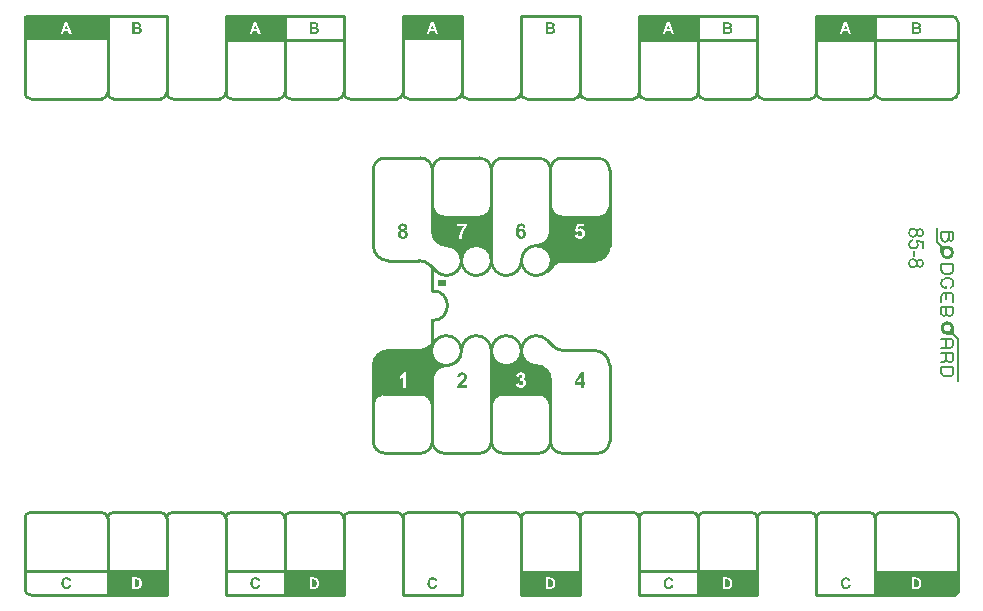
<source format=gto>
G04*
G04 #@! TF.GenerationSoftware,Altium Limited,Altium Designer,24.6.1 (21)*
G04*
G04 Layer_Color=65535*
%FSLAX44Y44*%
%MOMM*%
G71*
G04*
G04 #@! TF.SameCoordinates,58C917F4-F435-4438-9918-92646441EF77*
G04*
G04*
G04 #@! TF.FilePolarity,Positive*
G04*
G01*
G75*
%ADD10C,0.2500*%
%ADD11C,0.2000*%
%ADD12C,0.2000*%
%ADD13C,0.2500*%
%ADD14R,0.7475X0.5975*%
G36*
X760206Y-10206D02*
X760450D01*
X760731Y-10225D01*
X761012Y-10243D01*
X761275Y-10262D01*
X761396Y-10281D01*
X761509Y-10300D01*
X761537D01*
X761565Y-10309D01*
X761603Y-10318D01*
X761706Y-10346D01*
X761846Y-10384D01*
X762006Y-10440D01*
X762165Y-10506D01*
X762343Y-10590D01*
X762512Y-10693D01*
X762521D01*
X762531Y-10703D01*
X762587Y-10749D01*
X762671Y-10815D01*
X762774Y-10909D01*
X762887Y-11021D01*
X763018Y-11162D01*
X763140Y-11321D01*
X763252Y-11499D01*
Y-11509D01*
X763262Y-11518D01*
X763280Y-11546D01*
X763299Y-11584D01*
X763318Y-11631D01*
X763346Y-11687D01*
X763402Y-11827D01*
X763458Y-11996D01*
X763505Y-12184D01*
X763543Y-12399D01*
X763552Y-12624D01*
Y-12633D01*
Y-12652D01*
Y-12690D01*
X763543Y-12737D01*
Y-12793D01*
X763533Y-12868D01*
X763505Y-13027D01*
X763468Y-13224D01*
X763402Y-13430D01*
X763309Y-13646D01*
X763187Y-13861D01*
Y-13871D01*
X763168Y-13889D01*
X763149Y-13917D01*
X763121Y-13955D01*
X763037Y-14058D01*
X762924Y-14180D01*
X762784Y-14311D01*
X762615Y-14452D01*
X762418Y-14583D01*
X762203Y-14705D01*
X762212D01*
X762240Y-14714D01*
X762287Y-14733D01*
X762343Y-14752D01*
X762418Y-14780D01*
X762503Y-14817D01*
X762699Y-14911D01*
X762915Y-15033D01*
X763140Y-15183D01*
X763355Y-15370D01*
X763449Y-15473D01*
X763543Y-15586D01*
X763552Y-15595D01*
X763562Y-15614D01*
X763590Y-15651D01*
X763618Y-15698D01*
X763655Y-15754D01*
X763693Y-15820D01*
X763740Y-15904D01*
X763787Y-15998D01*
X763824Y-16092D01*
X763871Y-16204D01*
X763946Y-16448D01*
X764002Y-16729D01*
X764012Y-16879D01*
X764021Y-17029D01*
Y-17039D01*
Y-17057D01*
Y-17095D01*
Y-17142D01*
X764012Y-17198D01*
X764002Y-17263D01*
X763983Y-17432D01*
X763946Y-17620D01*
X763890Y-17835D01*
X763815Y-18069D01*
X763712Y-18304D01*
Y-18313D01*
X763702Y-18332D01*
X763683Y-18360D01*
X763655Y-18407D01*
X763627Y-18454D01*
X763590Y-18519D01*
X763496Y-18660D01*
X763374Y-18819D01*
X763234Y-18979D01*
X763065Y-19138D01*
X762877Y-19288D01*
X762868D01*
X762849Y-19307D01*
X762821Y-19325D01*
X762784Y-19344D01*
X762737Y-19372D01*
X762671Y-19410D01*
X762596Y-19447D01*
X762521Y-19485D01*
X762334Y-19560D01*
X762109Y-19635D01*
X761865Y-19700D01*
X761584Y-19747D01*
X761528D01*
X761481Y-19757D01*
X761415D01*
X761331Y-19766D01*
X761228D01*
X761106Y-19775D01*
X760965D01*
X760797Y-19785D01*
X760609D01*
X760394Y-19794D01*
X759878D01*
X759569Y-19803D01*
X755979D01*
Y-10196D01*
X760094D01*
X760206Y-10206D01*
D02*
G37*
G36*
X600206D02*
X600450D01*
X600731Y-10225D01*
X601012Y-10243D01*
X601275Y-10262D01*
X601397Y-10281D01*
X601509Y-10300D01*
X601537D01*
X601565Y-10309D01*
X601603Y-10318D01*
X601706Y-10346D01*
X601846Y-10384D01*
X602006Y-10440D01*
X602165Y-10506D01*
X602343Y-10590D01*
X602512Y-10693D01*
X602521D01*
X602531Y-10703D01*
X602587Y-10749D01*
X602671Y-10815D01*
X602774Y-10909D01*
X602887Y-11021D01*
X603018Y-11162D01*
X603140Y-11321D01*
X603252Y-11499D01*
Y-11509D01*
X603262Y-11518D01*
X603280Y-11546D01*
X603299Y-11584D01*
X603318Y-11631D01*
X603346Y-11687D01*
X603402Y-11827D01*
X603459Y-11996D01*
X603505Y-12184D01*
X603543Y-12399D01*
X603552Y-12624D01*
Y-12633D01*
Y-12652D01*
Y-12690D01*
X603543Y-12737D01*
Y-12793D01*
X603534Y-12868D01*
X603505Y-13027D01*
X603468Y-13224D01*
X603402Y-13430D01*
X603309Y-13646D01*
X603187Y-13861D01*
Y-13871D01*
X603168Y-13889D01*
X603149Y-13917D01*
X603121Y-13955D01*
X603037Y-14058D01*
X602924Y-14180D01*
X602784Y-14311D01*
X602615Y-14452D01*
X602418Y-14583D01*
X602203Y-14705D01*
X602212D01*
X602240Y-14714D01*
X602287Y-14733D01*
X602343Y-14752D01*
X602418Y-14780D01*
X602503Y-14817D01*
X602699Y-14911D01*
X602915Y-15033D01*
X603140Y-15183D01*
X603355Y-15370D01*
X603449Y-15473D01*
X603543Y-15586D01*
X603552Y-15595D01*
X603562Y-15614D01*
X603590Y-15651D01*
X603618Y-15698D01*
X603655Y-15754D01*
X603693Y-15820D01*
X603740Y-15904D01*
X603787Y-15998D01*
X603824Y-16092D01*
X603871Y-16204D01*
X603946Y-16448D01*
X604002Y-16729D01*
X604011Y-16879D01*
X604021Y-17029D01*
Y-17039D01*
Y-17057D01*
Y-17095D01*
Y-17142D01*
X604011Y-17198D01*
X604002Y-17263D01*
X603983Y-17432D01*
X603946Y-17620D01*
X603890Y-17835D01*
X603815Y-18069D01*
X603712Y-18304D01*
Y-18313D01*
X603702Y-18332D01*
X603684Y-18360D01*
X603655Y-18407D01*
X603627Y-18454D01*
X603590Y-18519D01*
X603496Y-18660D01*
X603374Y-18819D01*
X603234Y-18979D01*
X603065Y-19138D01*
X602877Y-19288D01*
X602868D01*
X602849Y-19307D01*
X602821Y-19325D01*
X602784Y-19344D01*
X602737Y-19372D01*
X602671Y-19410D01*
X602596Y-19447D01*
X602521Y-19485D01*
X602334Y-19560D01*
X602109Y-19635D01*
X601865Y-19700D01*
X601584Y-19747D01*
X601528D01*
X601481Y-19757D01*
X601415D01*
X601331Y-19766D01*
X601228D01*
X601106Y-19775D01*
X600965D01*
X600797Y-19785D01*
X600609D01*
X600394Y-19794D01*
X599878D01*
X599569Y-19803D01*
X595979D01*
Y-10196D01*
X600094D01*
X600206Y-10206D01*
D02*
G37*
G36*
X450206D02*
X450450D01*
X450731Y-10225D01*
X451012Y-10243D01*
X451275Y-10262D01*
X451397Y-10281D01*
X451509Y-10300D01*
X451537D01*
X451565Y-10309D01*
X451603Y-10318D01*
X451706Y-10346D01*
X451846Y-10384D01*
X452006Y-10440D01*
X452165Y-10506D01*
X452343Y-10590D01*
X452512Y-10693D01*
X452521D01*
X452531Y-10703D01*
X452587Y-10749D01*
X452671Y-10815D01*
X452774Y-10909D01*
X452887Y-11021D01*
X453018Y-11162D01*
X453140Y-11321D01*
X453252Y-11499D01*
Y-11509D01*
X453262Y-11518D01*
X453280Y-11546D01*
X453299Y-11584D01*
X453318Y-11631D01*
X453346Y-11687D01*
X453402Y-11827D01*
X453459Y-11996D01*
X453505Y-12184D01*
X453543Y-12399D01*
X453552Y-12624D01*
Y-12633D01*
Y-12652D01*
Y-12690D01*
X453543Y-12737D01*
Y-12793D01*
X453534Y-12868D01*
X453505Y-13027D01*
X453468Y-13224D01*
X453402Y-13430D01*
X453309Y-13646D01*
X453187Y-13861D01*
Y-13871D01*
X453168Y-13889D01*
X453149Y-13917D01*
X453121Y-13955D01*
X453037Y-14058D01*
X452924Y-14180D01*
X452784Y-14311D01*
X452615Y-14452D01*
X452418Y-14583D01*
X452203Y-14705D01*
X452212D01*
X452240Y-14714D01*
X452287Y-14733D01*
X452343Y-14752D01*
X452418Y-14780D01*
X452503Y-14817D01*
X452699Y-14911D01*
X452915Y-15033D01*
X453140Y-15183D01*
X453355Y-15370D01*
X453449Y-15473D01*
X453543Y-15586D01*
X453552Y-15595D01*
X453562Y-15614D01*
X453590Y-15651D01*
X453618Y-15698D01*
X453655Y-15754D01*
X453693Y-15820D01*
X453740Y-15904D01*
X453787Y-15998D01*
X453824Y-16092D01*
X453871Y-16204D01*
X453946Y-16448D01*
X454002Y-16729D01*
X454011Y-16879D01*
X454021Y-17029D01*
Y-17039D01*
Y-17057D01*
Y-17095D01*
Y-17142D01*
X454011Y-17198D01*
X454002Y-17263D01*
X453983Y-17432D01*
X453946Y-17620D01*
X453890Y-17835D01*
X453815Y-18069D01*
X453712Y-18304D01*
Y-18313D01*
X453702Y-18332D01*
X453684Y-18360D01*
X453655Y-18407D01*
X453627Y-18454D01*
X453590Y-18519D01*
X453496Y-18660D01*
X453374Y-18819D01*
X453234Y-18979D01*
X453065Y-19138D01*
X452877Y-19288D01*
X452868D01*
X452849Y-19307D01*
X452821Y-19325D01*
X452784Y-19344D01*
X452737Y-19372D01*
X452671Y-19410D01*
X452596Y-19447D01*
X452521Y-19485D01*
X452334Y-19560D01*
X452109Y-19635D01*
X451865Y-19700D01*
X451584Y-19747D01*
X451528D01*
X451481Y-19757D01*
X451415D01*
X451331Y-19766D01*
X451228D01*
X451106Y-19775D01*
X450965D01*
X450797Y-19785D01*
X450609D01*
X450394Y-19794D01*
X449878D01*
X449569Y-19803D01*
X445979D01*
Y-10196D01*
X450094D01*
X450206Y-10206D01*
D02*
G37*
G36*
X250206D02*
X250450D01*
X250731Y-10225D01*
X251012Y-10243D01*
X251275Y-10262D01*
X251397Y-10281D01*
X251509Y-10300D01*
X251537D01*
X251565Y-10309D01*
X251603Y-10318D01*
X251706Y-10346D01*
X251846Y-10384D01*
X252006Y-10440D01*
X252165Y-10506D01*
X252343Y-10590D01*
X252512Y-10693D01*
X252521D01*
X252531Y-10703D01*
X252587Y-10749D01*
X252671Y-10815D01*
X252774Y-10909D01*
X252887Y-11021D01*
X253018Y-11162D01*
X253140Y-11321D01*
X253252Y-11499D01*
Y-11509D01*
X253262Y-11518D01*
X253280Y-11546D01*
X253299Y-11584D01*
X253318Y-11631D01*
X253346Y-11687D01*
X253402Y-11827D01*
X253458Y-11996D01*
X253505Y-12184D01*
X253543Y-12399D01*
X253552Y-12624D01*
Y-12633D01*
Y-12652D01*
Y-12690D01*
X253543Y-12737D01*
Y-12793D01*
X253533Y-12868D01*
X253505Y-13027D01*
X253468Y-13224D01*
X253402Y-13430D01*
X253309Y-13646D01*
X253187Y-13861D01*
Y-13871D01*
X253168Y-13889D01*
X253149Y-13917D01*
X253121Y-13955D01*
X253037Y-14058D01*
X252924Y-14180D01*
X252784Y-14311D01*
X252615Y-14452D01*
X252418Y-14583D01*
X252203Y-14705D01*
X252212D01*
X252240Y-14714D01*
X252287Y-14733D01*
X252343Y-14752D01*
X252418Y-14780D01*
X252502Y-14817D01*
X252699Y-14911D01*
X252915Y-15033D01*
X253140Y-15183D01*
X253355Y-15370D01*
X253449Y-15473D01*
X253543Y-15586D01*
X253552Y-15595D01*
X253562Y-15614D01*
X253590Y-15651D01*
X253618Y-15698D01*
X253655Y-15754D01*
X253693Y-15820D01*
X253740Y-15904D01*
X253787Y-15998D01*
X253824Y-16092D01*
X253871Y-16204D01*
X253946Y-16448D01*
X254002Y-16729D01*
X254011Y-16879D01*
X254021Y-17029D01*
Y-17039D01*
Y-17057D01*
Y-17095D01*
Y-17142D01*
X254011Y-17198D01*
X254002Y-17263D01*
X253983Y-17432D01*
X253946Y-17620D01*
X253890Y-17835D01*
X253815Y-18069D01*
X253712Y-18304D01*
Y-18313D01*
X253702Y-18332D01*
X253683Y-18360D01*
X253655Y-18407D01*
X253627Y-18454D01*
X253590Y-18519D01*
X253496Y-18660D01*
X253374Y-18819D01*
X253234Y-18979D01*
X253065Y-19138D01*
X252877Y-19288D01*
X252868D01*
X252849Y-19307D01*
X252821Y-19325D01*
X252784Y-19344D01*
X252737Y-19372D01*
X252671Y-19410D01*
X252596Y-19447D01*
X252521Y-19485D01*
X252334Y-19560D01*
X252109Y-19635D01*
X251865Y-19700D01*
X251584Y-19747D01*
X251528D01*
X251481Y-19757D01*
X251415D01*
X251331Y-19766D01*
X251228D01*
X251106Y-19775D01*
X250965D01*
X250797Y-19785D01*
X250609D01*
X250394Y-19794D01*
X249878D01*
X249569Y-19803D01*
X245979D01*
Y-10196D01*
X250094D01*
X250206Y-10206D01*
D02*
G37*
G36*
X100206D02*
X100450D01*
X100731Y-10225D01*
X101012Y-10243D01*
X101275Y-10262D01*
X101397Y-10281D01*
X101509Y-10300D01*
X101537D01*
X101565Y-10309D01*
X101603Y-10318D01*
X101706Y-10346D01*
X101846Y-10384D01*
X102006Y-10440D01*
X102165Y-10506D01*
X102343Y-10590D01*
X102512Y-10693D01*
X102521D01*
X102531Y-10703D01*
X102587Y-10749D01*
X102671Y-10815D01*
X102774Y-10909D01*
X102887Y-11021D01*
X103018Y-11162D01*
X103140Y-11321D01*
X103252Y-11499D01*
Y-11509D01*
X103262Y-11518D01*
X103280Y-11546D01*
X103299Y-11584D01*
X103318Y-11631D01*
X103346Y-11687D01*
X103402Y-11827D01*
X103458Y-11996D01*
X103505Y-12184D01*
X103543Y-12399D01*
X103552Y-12624D01*
Y-12633D01*
Y-12652D01*
Y-12690D01*
X103543Y-12737D01*
Y-12793D01*
X103533Y-12868D01*
X103505Y-13027D01*
X103468Y-13224D01*
X103402Y-13430D01*
X103308Y-13646D01*
X103187Y-13861D01*
Y-13871D01*
X103168Y-13889D01*
X103149Y-13917D01*
X103121Y-13955D01*
X103037Y-14058D01*
X102924Y-14180D01*
X102784Y-14311D01*
X102615Y-14452D01*
X102418Y-14583D01*
X102203Y-14705D01*
X102212D01*
X102240Y-14714D01*
X102287Y-14733D01*
X102343Y-14752D01*
X102418Y-14780D01*
X102502Y-14817D01*
X102699Y-14911D01*
X102915Y-15033D01*
X103140Y-15183D01*
X103355Y-15370D01*
X103449Y-15473D01*
X103543Y-15586D01*
X103552Y-15595D01*
X103562Y-15614D01*
X103590Y-15651D01*
X103618Y-15698D01*
X103655Y-15754D01*
X103693Y-15820D01*
X103740Y-15904D01*
X103786Y-15998D01*
X103824Y-16092D01*
X103871Y-16204D01*
X103946Y-16448D01*
X104002Y-16729D01*
X104011Y-16879D01*
X104021Y-17029D01*
Y-17039D01*
Y-17057D01*
Y-17095D01*
Y-17142D01*
X104011Y-17198D01*
X104002Y-17263D01*
X103983Y-17432D01*
X103946Y-17620D01*
X103890Y-17835D01*
X103815Y-18069D01*
X103712Y-18304D01*
Y-18313D01*
X103702Y-18332D01*
X103683Y-18360D01*
X103655Y-18407D01*
X103627Y-18454D01*
X103590Y-18519D01*
X103496Y-18660D01*
X103374Y-18819D01*
X103234Y-18979D01*
X103065Y-19138D01*
X102877Y-19288D01*
X102868D01*
X102849Y-19307D01*
X102821Y-19325D01*
X102784Y-19344D01*
X102737Y-19372D01*
X102671Y-19410D01*
X102596Y-19447D01*
X102521Y-19485D01*
X102334Y-19560D01*
X102109Y-19635D01*
X101865Y-19700D01*
X101584Y-19747D01*
X101528D01*
X101481Y-19757D01*
X101415D01*
X101331Y-19766D01*
X101228D01*
X101106Y-19775D01*
X100965D01*
X100797Y-19785D01*
X100609D01*
X100394Y-19794D01*
X99878D01*
X99569Y-19803D01*
X95979D01*
Y-10196D01*
X100094D01*
X100206Y-10206D01*
D02*
G37*
G36*
X575000Y-25000D02*
X525000D01*
Y-5000D01*
X575000D01*
Y-25000D01*
D02*
G37*
G36*
X375000D02*
X325000D01*
Y-5000D01*
X375000D01*
Y-25000D01*
D02*
G37*
G36*
X400000Y-209000D02*
X397000Y-204000D01*
X392000Y-200000D01*
X387300Y-199200D01*
X380011Y-201500D01*
X376000Y-206000D01*
X374600Y-211900D01*
X373000Y-204000D01*
X368000Y-200000D01*
X363941Y-198336D01*
X363921Y-199802D01*
X356500Y-198500D01*
X351500Y-193500D01*
X349500Y-186800D01*
Y-175000D01*
X350000D01*
Y-169000D01*
X356335Y-175000D01*
X364259D01*
X364250Y-175677D01*
X386036D01*
X386000Y-175000D01*
X390000D01*
X396000Y-173000D01*
X400000Y-168000D01*
Y-209000D01*
D02*
G37*
G36*
X325241Y-180454D02*
X325407Y-180473D01*
X325574Y-180491D01*
X325778Y-180510D01*
X325981Y-180547D01*
X326444Y-180658D01*
X326926Y-180825D01*
X327148Y-180936D01*
X327389Y-181065D01*
X327592Y-181214D01*
X327796Y-181380D01*
X327814Y-181399D01*
X327833Y-181417D01*
X327889Y-181473D01*
X327963Y-181547D01*
X328037Y-181639D01*
X328111Y-181751D01*
X328315Y-182028D01*
X328500Y-182380D01*
X328648Y-182769D01*
X328777Y-183232D01*
X328796Y-183491D01*
X328814Y-183750D01*
Y-183769D01*
Y-183787D01*
Y-183899D01*
X328796Y-184065D01*
X328759Y-184287D01*
X328703Y-184528D01*
X328611Y-184787D01*
X328500Y-185065D01*
X328333Y-185343D01*
X328315Y-185380D01*
X328240Y-185454D01*
X328148Y-185583D01*
X328000Y-185732D01*
X327814Y-185917D01*
X327592Y-186083D01*
X327333Y-186250D01*
X327037Y-186398D01*
X327055D01*
X327092Y-186417D01*
X327148Y-186435D01*
X327222Y-186472D01*
X327407Y-186583D01*
X327648Y-186731D01*
X327907Y-186898D01*
X328185Y-187120D01*
X328444Y-187380D01*
X328666Y-187676D01*
X328685Y-187713D01*
X328759Y-187824D01*
X328852Y-187991D01*
X328944Y-188213D01*
X329055Y-188491D01*
X329129Y-188824D01*
X329203Y-189176D01*
X329222Y-189564D01*
Y-189583D01*
Y-189639D01*
Y-189731D01*
X329203Y-189861D01*
X329185Y-190009D01*
X329166Y-190194D01*
X329129Y-190379D01*
X329074Y-190583D01*
X328944Y-191046D01*
X328852Y-191287D01*
X328740Y-191527D01*
X328611Y-191768D01*
X328444Y-192009D01*
X328277Y-192231D01*
X328074Y-192453D01*
X328055Y-192472D01*
X328018Y-192509D01*
X327963Y-192564D01*
X327870Y-192620D01*
X327759Y-192712D01*
X327611Y-192805D01*
X327463Y-192897D01*
X327278Y-193009D01*
X327074Y-193120D01*
X326833Y-193212D01*
X326592Y-193305D01*
X326333Y-193398D01*
X326037Y-193453D01*
X325722Y-193509D01*
X325407Y-193546D01*
X325056Y-193564D01*
X324889D01*
X324759Y-193546D01*
X324611Y-193527D01*
X324445Y-193509D01*
X324259Y-193490D01*
X324037Y-193453D01*
X323574Y-193342D01*
X323093Y-193175D01*
X322852Y-193083D01*
X322611Y-192953D01*
X322371Y-192824D01*
X322149Y-192657D01*
X322130Y-192638D01*
X322093Y-192601D01*
X322019Y-192546D01*
X321926Y-192453D01*
X321834Y-192342D01*
X321723Y-192212D01*
X321593Y-192046D01*
X321463Y-191879D01*
X321334Y-191675D01*
X321204Y-191453D01*
X321093Y-191213D01*
X321000Y-190935D01*
X320908Y-190657D01*
X320834Y-190342D01*
X320797Y-190028D01*
X320778Y-189676D01*
Y-189657D01*
Y-189620D01*
Y-189564D01*
Y-189491D01*
X320797Y-189287D01*
X320834Y-189046D01*
X320908Y-188750D01*
X320982Y-188417D01*
X321111Y-188083D01*
X321278Y-187750D01*
Y-187731D01*
X321297Y-187713D01*
X321371Y-187602D01*
X321500Y-187454D01*
X321685Y-187250D01*
X321908Y-187028D01*
X322186Y-186806D01*
X322519Y-186602D01*
X322908Y-186398D01*
X322889D01*
X322871Y-186380D01*
X322760Y-186324D01*
X322593Y-186232D01*
X322389Y-186120D01*
X322149Y-185954D01*
X321926Y-185769D01*
X321704Y-185546D01*
X321519Y-185306D01*
X321500Y-185269D01*
X321445Y-185176D01*
X321389Y-185047D01*
X321315Y-184843D01*
X321223Y-184621D01*
X321167Y-184343D01*
X321111Y-184065D01*
X321093Y-183750D01*
Y-183732D01*
Y-183695D01*
Y-183621D01*
X321111Y-183510D01*
X321130Y-183398D01*
X321149Y-183250D01*
X321223Y-182917D01*
X321334Y-182547D01*
X321519Y-182139D01*
X321630Y-181954D01*
X321760Y-181751D01*
X321926Y-181565D01*
X322093Y-181380D01*
X322111Y-181362D01*
X322149Y-181343D01*
X322204Y-181288D01*
X322278Y-181232D01*
X322389Y-181158D01*
X322500Y-181084D01*
X322648Y-180991D01*
X322834Y-180899D01*
X323019Y-180825D01*
X323222Y-180732D01*
X323463Y-180658D01*
X323722Y-180584D01*
X324000Y-180528D01*
X324296Y-180473D01*
X324611Y-180454D01*
X324944Y-180436D01*
X325130D01*
X325241Y-180454D01*
D02*
G37*
G36*
X450000Y-165000D02*
X450048Y-165980D01*
X450431Y-167903D01*
X451181Y-169714D01*
X452270Y-171344D01*
X453656Y-172730D01*
X455286Y-173819D01*
X457097Y-174569D01*
X459020Y-174952D01*
X460000Y-175000D01*
X467000D01*
Y-175556D01*
X483000D01*
Y-175000D01*
X492150D01*
X492150Y-175000D01*
X492919Y-174962D01*
X494429Y-174662D01*
X495850Y-174073D01*
X497130Y-173218D01*
X498218Y-172130D01*
X499073Y-170851D01*
X499662Y-169429D01*
X499962Y-167920D01*
X500000Y-167150D01*
X500000Y-199300D01*
Y-200551D01*
X499512Y-203004D01*
X498555Y-205316D01*
X497165Y-207396D01*
X495396Y-209165D01*
X493316Y-210555D01*
X491004Y-211512D01*
X488551Y-212000D01*
X459512D01*
X450600Y-217360D01*
X450496D01*
Y-209434D01*
X450253Y-208213D01*
X449300Y-205913D01*
X447917Y-203843D01*
X446157Y-202083D01*
X444087Y-200700D01*
X441787Y-199747D01*
X439345Y-199261D01*
X438100Y-199200D01*
Y-199200D01*
X439266Y-199143D01*
X441554Y-198688D01*
X443710Y-197795D01*
X445649Y-196499D01*
X447299Y-194849D01*
X448595Y-192910D01*
X449487Y-190755D01*
X449943Y-188466D01*
X450000Y-187300D01*
X450000Y-165000D01*
Y-165000D01*
D02*
G37*
G36*
X427000Y-296000D02*
X432000Y-300000D01*
X435504Y-301436D01*
X436062D01*
X436079Y-300198D01*
X443500Y-301500D01*
X448500Y-306500D01*
X450500Y-313200D01*
Y-325000D01*
X450000D01*
Y-331000D01*
X443665Y-325000D01*
X435741D01*
X435747Y-324564D01*
X413977D01*
X414000Y-325000D01*
X410000D01*
X404000Y-327000D01*
X400000Y-332000D01*
Y-291000D01*
X403000Y-296000D01*
X408000Y-300000D01*
X412700Y-300800D01*
X419989Y-298500D01*
X424000Y-294000D01*
X425400Y-288100D01*
X427000Y-296000D01*
D02*
G37*
G36*
X478018Y-314713D02*
X479611D01*
Y-316861D01*
X478018D01*
Y-319435D01*
X475648D01*
Y-316861D01*
X470389D01*
Y-314731D01*
X475944Y-306565D01*
X478018D01*
Y-314713D01*
D02*
G37*
G36*
X349261Y-289345D02*
X349747Y-291787D01*
X350700Y-294087D01*
X352083Y-296157D01*
X353843Y-297917D01*
X355913Y-299300D01*
X358213Y-300253D01*
X360655Y-300739D01*
X361900Y-300800D01*
Y-300800D01*
X360734Y-300857D01*
X358446Y-301312D01*
X356290Y-302205D01*
X354351Y-303501D01*
X352701Y-305151D01*
X351405Y-307090D01*
X350513Y-309246D01*
X350057Y-311534D01*
X350000Y-312700D01*
X350000Y-335000D01*
X350000D01*
X349952Y-334020D01*
X349570Y-332097D01*
X348819Y-330286D01*
X347730Y-328656D01*
X346344Y-327270D01*
X344714Y-326181D01*
X342903Y-325431D01*
X340980Y-325048D01*
X340000Y-325000D01*
X333000Y-325000D01*
Y-324444D01*
X317000D01*
Y-325000D01*
X307850D01*
Y-325000D01*
X307081Y-325038D01*
X305571Y-325338D01*
X304150Y-325927D01*
X302870Y-326782D01*
X301782Y-327870D01*
X300927Y-329150D01*
X300338Y-330571D01*
X300038Y-332081D01*
X300000Y-332850D01*
X300000Y-300700D01*
Y-299449D01*
X300488Y-296996D01*
X301445Y-294684D01*
X302835Y-292604D01*
X304604Y-290835D01*
X306684Y-289445D01*
X308996Y-288488D01*
X311449Y-288000D01*
X345294D01*
X349500Y-282500D01*
X349261Y-289345D01*
D02*
G37*
G36*
X40596Y-480042D02*
X40749Y-480056D01*
X40915Y-480084D01*
X41109Y-480111D01*
X41318Y-480153D01*
X41539Y-480208D01*
X41775Y-480278D01*
X42011Y-480361D01*
X42260Y-480472D01*
X42496Y-480583D01*
X42718Y-480722D01*
X42954Y-480888D01*
X43162Y-481068D01*
X43176D01*
X43190Y-481096D01*
X43231Y-481138D01*
X43273Y-481179D01*
X43328Y-481249D01*
X43384Y-481332D01*
X43536Y-481526D01*
X43689Y-481776D01*
X43855Y-482081D01*
X44008Y-482427D01*
X44147Y-482830D01*
X42233Y-483287D01*
Y-483273D01*
X42219Y-483260D01*
Y-483218D01*
X42191Y-483162D01*
X42150Y-483038D01*
X42080Y-482871D01*
X41983Y-482677D01*
X41858Y-482483D01*
X41692Y-482289D01*
X41512Y-482122D01*
X41484Y-482108D01*
X41414Y-482053D01*
X41304Y-481984D01*
X41151Y-481900D01*
X40957Y-481817D01*
X40735Y-481748D01*
X40485Y-481692D01*
X40208Y-481679D01*
X40111D01*
X40028Y-481692D01*
X39945Y-481706D01*
X39834Y-481720D01*
X39598Y-481776D01*
X39320Y-481873D01*
X39029Y-482011D01*
X38877Y-482094D01*
X38738Y-482192D01*
X38599Y-482316D01*
X38474Y-482455D01*
Y-482469D01*
X38447Y-482497D01*
X38419Y-482538D01*
X38377Y-482608D01*
X38322Y-482691D01*
X38266Y-482788D01*
X38211Y-482913D01*
X38156Y-483051D01*
X38086Y-483218D01*
X38031Y-483398D01*
X37975Y-483606D01*
X37920Y-483828D01*
X37878Y-484078D01*
X37850Y-484341D01*
X37836Y-484632D01*
X37823Y-484951D01*
Y-484965D01*
Y-485035D01*
Y-485132D01*
X37836Y-485243D01*
Y-485395D01*
X37864Y-485575D01*
X37878Y-485756D01*
X37906Y-485964D01*
X37989Y-486394D01*
X38100Y-486824D01*
X38169Y-487032D01*
X38266Y-487226D01*
X38363Y-487406D01*
X38474Y-487559D01*
X38488Y-487573D01*
X38502Y-487586D01*
X38544Y-487628D01*
X38599Y-487683D01*
X38738Y-487794D01*
X38932Y-487933D01*
X39168Y-488086D01*
X39459Y-488197D01*
X39792Y-488294D01*
X39972Y-488308D01*
X40166Y-488321D01*
X40236D01*
X40291Y-488308D01*
X40444Y-488294D01*
X40624Y-488266D01*
X40818Y-488197D01*
X41040Y-488113D01*
X41262Y-488003D01*
X41484Y-487836D01*
X41512Y-487808D01*
X41581Y-487739D01*
X41678Y-487628D01*
X41789Y-487462D01*
X41928Y-487240D01*
X42052Y-486976D01*
X42177Y-486657D01*
X42288Y-486283D01*
X44174Y-486865D01*
Y-486879D01*
X44160Y-486935D01*
X44133Y-487018D01*
X44091Y-487129D01*
X44036Y-487254D01*
X43980Y-487406D01*
X43911Y-487573D01*
X43828Y-487753D01*
X43633Y-488127D01*
X43384Y-488516D01*
X43079Y-488890D01*
X42912Y-489057D01*
X42732Y-489209D01*
X42718Y-489223D01*
X42690Y-489237D01*
X42635Y-489278D01*
X42552Y-489334D01*
X42455Y-489389D01*
X42330Y-489445D01*
X42191Y-489514D01*
X42039Y-489584D01*
X41858Y-489667D01*
X41664Y-489736D01*
X41456Y-489791D01*
X41234Y-489847D01*
X40999Y-489902D01*
X40735Y-489944D01*
X40472Y-489958D01*
X40180Y-489972D01*
X40097D01*
X40000Y-489958D01*
X39861Y-489944D01*
X39709Y-489930D01*
X39515Y-489902D01*
X39307Y-489861D01*
X39071Y-489805D01*
X38835Y-489736D01*
X38585Y-489653D01*
X38322Y-489542D01*
X38058Y-489417D01*
X37795Y-489278D01*
X37531Y-489098D01*
X37282Y-488904D01*
X37046Y-488668D01*
X37032Y-488654D01*
X36990Y-488613D01*
X36935Y-488530D01*
X36852Y-488432D01*
X36769Y-488294D01*
X36658Y-488141D01*
X36547Y-487947D01*
X36436Y-487725D01*
X36325Y-487489D01*
X36214Y-487226D01*
X36103Y-486921D01*
X36020Y-486602D01*
X35937Y-486269D01*
X35881Y-485895D01*
X35840Y-485506D01*
X35826Y-485090D01*
Y-485076D01*
Y-485062D01*
Y-484979D01*
X35840Y-484854D01*
Y-484688D01*
X35867Y-484494D01*
X35895Y-484258D01*
X35923Y-484008D01*
X35978Y-483717D01*
X36047Y-483426D01*
X36131Y-483121D01*
X36228Y-482816D01*
X36353Y-482497D01*
X36491Y-482192D01*
X36658Y-481900D01*
X36838Y-481623D01*
X37060Y-481359D01*
X37074Y-481346D01*
X37115Y-481304D01*
X37185Y-481235D01*
X37282Y-481152D01*
X37407Y-481054D01*
X37559Y-480943D01*
X37726Y-480819D01*
X37934Y-480694D01*
X38156Y-480569D01*
X38391Y-480444D01*
X38669Y-480333D01*
X38946Y-480236D01*
X39265Y-480153D01*
X39584Y-480084D01*
X39945Y-480042D01*
X40305Y-480028D01*
X40472D01*
X40596Y-480042D01*
D02*
G37*
G36*
X700596D02*
X700749Y-480056D01*
X700915Y-480084D01*
X701109Y-480111D01*
X701318Y-480153D01*
X701539Y-480208D01*
X701775Y-480278D01*
X702011Y-480361D01*
X702261Y-480472D01*
X702496Y-480583D01*
X702718Y-480722D01*
X702954Y-480888D01*
X703162Y-481068D01*
X703176D01*
X703190Y-481096D01*
X703231Y-481138D01*
X703273Y-481179D01*
X703328Y-481249D01*
X703384Y-481332D01*
X703536Y-481526D01*
X703689Y-481776D01*
X703855Y-482081D01*
X704008Y-482427D01*
X704147Y-482830D01*
X702233Y-483287D01*
Y-483273D01*
X702219Y-483260D01*
Y-483218D01*
X702191Y-483162D01*
X702150Y-483038D01*
X702080Y-482871D01*
X701983Y-482677D01*
X701858Y-482483D01*
X701692Y-482289D01*
X701512Y-482122D01*
X701484Y-482108D01*
X701415Y-482053D01*
X701304Y-481984D01*
X701151Y-481900D01*
X700957Y-481817D01*
X700735Y-481748D01*
X700485Y-481692D01*
X700208Y-481679D01*
X700111D01*
X700028Y-481692D01*
X699945Y-481706D01*
X699834Y-481720D01*
X699598Y-481776D01*
X699320Y-481873D01*
X699029Y-482011D01*
X698877Y-482094D01*
X698738Y-482192D01*
X698599Y-482316D01*
X698475Y-482455D01*
Y-482469D01*
X698447Y-482497D01*
X698419Y-482538D01*
X698377Y-482608D01*
X698322Y-482691D01*
X698266Y-482788D01*
X698211Y-482913D01*
X698156Y-483051D01*
X698086Y-483218D01*
X698031Y-483398D01*
X697975Y-483606D01*
X697920Y-483828D01*
X697878Y-484078D01*
X697850Y-484341D01*
X697837Y-484632D01*
X697823Y-484951D01*
Y-484965D01*
Y-485035D01*
Y-485132D01*
X697837Y-485243D01*
Y-485395D01*
X697864Y-485575D01*
X697878Y-485756D01*
X697906Y-485964D01*
X697989Y-486394D01*
X698100Y-486824D01*
X698169Y-487032D01*
X698266Y-487226D01*
X698363Y-487406D01*
X698475Y-487559D01*
X698488Y-487573D01*
X698502Y-487586D01*
X698544Y-487628D01*
X698599Y-487683D01*
X698738Y-487794D01*
X698932Y-487933D01*
X699168Y-488086D01*
X699459Y-488197D01*
X699792Y-488294D01*
X699972Y-488308D01*
X700166Y-488321D01*
X700236D01*
X700291Y-488308D01*
X700444Y-488294D01*
X700624Y-488266D01*
X700818Y-488197D01*
X701040Y-488113D01*
X701262Y-488003D01*
X701484Y-487836D01*
X701512Y-487808D01*
X701581Y-487739D01*
X701678Y-487628D01*
X701789Y-487462D01*
X701928Y-487240D01*
X702053Y-486976D01*
X702177Y-486657D01*
X702288Y-486283D01*
X704174Y-486865D01*
Y-486879D01*
X704161Y-486935D01*
X704133Y-487018D01*
X704091Y-487129D01*
X704036Y-487254D01*
X703980Y-487406D01*
X703911Y-487573D01*
X703828Y-487753D01*
X703633Y-488127D01*
X703384Y-488516D01*
X703079Y-488890D01*
X702912Y-489057D01*
X702732Y-489209D01*
X702718Y-489223D01*
X702691Y-489237D01*
X702635Y-489278D01*
X702552Y-489334D01*
X702455Y-489389D01*
X702330Y-489445D01*
X702191Y-489514D01*
X702039Y-489584D01*
X701858Y-489667D01*
X701664Y-489736D01*
X701456Y-489791D01*
X701234Y-489847D01*
X700999Y-489902D01*
X700735Y-489944D01*
X700471Y-489958D01*
X700180Y-489972D01*
X700097D01*
X700000Y-489958D01*
X699861Y-489944D01*
X699709Y-489930D01*
X699515Y-489902D01*
X699307Y-489861D01*
X699071Y-489805D01*
X698835Y-489736D01*
X698585Y-489653D01*
X698322Y-489542D01*
X698058Y-489417D01*
X697795Y-489278D01*
X697531Y-489098D01*
X697282Y-488904D01*
X697046Y-488668D01*
X697032Y-488654D01*
X696991Y-488613D01*
X696935Y-488530D01*
X696852Y-488432D01*
X696769Y-488294D01*
X696658Y-488141D01*
X696547Y-487947D01*
X696436Y-487725D01*
X696325Y-487489D01*
X696214Y-487226D01*
X696103Y-486921D01*
X696020Y-486602D01*
X695937Y-486269D01*
X695881Y-485895D01*
X695839Y-485506D01*
X695826Y-485090D01*
Y-485076D01*
Y-485062D01*
Y-484979D01*
X695839Y-484854D01*
Y-484688D01*
X695867Y-484494D01*
X695895Y-484258D01*
X695923Y-484008D01*
X695978Y-483717D01*
X696048Y-483426D01*
X696131Y-483121D01*
X696228Y-482816D01*
X696353Y-482497D01*
X696491Y-482192D01*
X696658Y-481900D01*
X696838Y-481623D01*
X697060Y-481359D01*
X697074Y-481346D01*
X697115Y-481304D01*
X697185Y-481235D01*
X697282Y-481152D01*
X697407Y-481054D01*
X697559Y-480943D01*
X697726Y-480819D01*
X697934Y-480694D01*
X698156Y-480569D01*
X698391Y-480444D01*
X698669Y-480333D01*
X698946Y-480236D01*
X699265Y-480153D01*
X699584Y-480084D01*
X699945Y-480042D01*
X700305Y-480028D01*
X700471D01*
X700596Y-480042D01*
D02*
G37*
G36*
X350596D02*
X350749Y-480056D01*
X350915Y-480084D01*
X351109Y-480111D01*
X351317Y-480153D01*
X351539Y-480208D01*
X351775Y-480278D01*
X352011Y-480361D01*
X352261Y-480472D01*
X352496Y-480583D01*
X352718Y-480722D01*
X352954Y-480888D01*
X353162Y-481068D01*
X353176D01*
X353190Y-481096D01*
X353231Y-481138D01*
X353273Y-481179D01*
X353328Y-481249D01*
X353384Y-481332D01*
X353536Y-481526D01*
X353689Y-481776D01*
X353855Y-482081D01*
X354008Y-482427D01*
X354147Y-482830D01*
X352233Y-483287D01*
Y-483273D01*
X352219Y-483260D01*
Y-483218D01*
X352191Y-483162D01*
X352150Y-483038D01*
X352080Y-482871D01*
X351983Y-482677D01*
X351858Y-482483D01*
X351692Y-482289D01*
X351512Y-482122D01*
X351484Y-482108D01*
X351414Y-482053D01*
X351304Y-481984D01*
X351151Y-481900D01*
X350957Y-481817D01*
X350735Y-481748D01*
X350485Y-481692D01*
X350208Y-481679D01*
X350111D01*
X350028Y-481692D01*
X349944Y-481706D01*
X349833Y-481720D01*
X349598Y-481776D01*
X349320Y-481873D01*
X349029Y-482011D01*
X348877Y-482094D01*
X348738Y-482192D01*
X348599Y-482316D01*
X348474Y-482455D01*
Y-482469D01*
X348447Y-482497D01*
X348419Y-482538D01*
X348377Y-482608D01*
X348322Y-482691D01*
X348266Y-482788D01*
X348211Y-482913D01*
X348156Y-483051D01*
X348086Y-483218D01*
X348031Y-483398D01*
X347975Y-483606D01*
X347920Y-483828D01*
X347878Y-484078D01*
X347850Y-484341D01*
X347836Y-484632D01*
X347823Y-484951D01*
Y-484965D01*
Y-485035D01*
Y-485132D01*
X347836Y-485243D01*
Y-485395D01*
X347864Y-485575D01*
X347878Y-485756D01*
X347906Y-485964D01*
X347989Y-486394D01*
X348100Y-486824D01*
X348169Y-487032D01*
X348266Y-487226D01*
X348363Y-487406D01*
X348474Y-487559D01*
X348488Y-487573D01*
X348502Y-487586D01*
X348544Y-487628D01*
X348599Y-487683D01*
X348738Y-487794D01*
X348932Y-487933D01*
X349168Y-488086D01*
X349459Y-488197D01*
X349792Y-488294D01*
X349972Y-488308D01*
X350166Y-488321D01*
X350236D01*
X350291Y-488308D01*
X350444Y-488294D01*
X350624Y-488266D01*
X350818Y-488197D01*
X351040Y-488113D01*
X351262Y-488003D01*
X351484Y-487836D01*
X351512Y-487808D01*
X351581Y-487739D01*
X351678Y-487628D01*
X351789Y-487462D01*
X351928Y-487240D01*
X352052Y-486976D01*
X352177Y-486657D01*
X352288Y-486283D01*
X354174Y-486865D01*
Y-486879D01*
X354160Y-486935D01*
X354133Y-487018D01*
X354091Y-487129D01*
X354036Y-487254D01*
X353980Y-487406D01*
X353911Y-487573D01*
X353828Y-487753D01*
X353633Y-488127D01*
X353384Y-488516D01*
X353079Y-488890D01*
X352912Y-489057D01*
X352732Y-489209D01*
X352718Y-489223D01*
X352690Y-489237D01*
X352635Y-489278D01*
X352552Y-489334D01*
X352455Y-489389D01*
X352330Y-489445D01*
X352191Y-489514D01*
X352039Y-489584D01*
X351858Y-489667D01*
X351664Y-489736D01*
X351456Y-489791D01*
X351234Y-489847D01*
X350998Y-489902D01*
X350735Y-489944D01*
X350471Y-489958D01*
X350180Y-489972D01*
X350097D01*
X350000Y-489958D01*
X349861Y-489944D01*
X349709Y-489930D01*
X349515Y-489902D01*
X349306Y-489861D01*
X349071Y-489805D01*
X348835Y-489736D01*
X348585Y-489653D01*
X348322Y-489542D01*
X348058Y-489417D01*
X347795Y-489278D01*
X347531Y-489098D01*
X347282Y-488904D01*
X347046Y-488668D01*
X347032Y-488654D01*
X346991Y-488613D01*
X346935Y-488530D01*
X346852Y-488432D01*
X346769Y-488294D01*
X346658Y-488141D01*
X346547Y-487947D01*
X346436Y-487725D01*
X346325Y-487489D01*
X346214Y-487226D01*
X346103Y-486921D01*
X346020Y-486602D01*
X345937Y-486269D01*
X345881Y-485895D01*
X345839Y-485506D01*
X345826Y-485090D01*
Y-485076D01*
Y-485062D01*
Y-484979D01*
X345839Y-484854D01*
Y-484688D01*
X345867Y-484494D01*
X345895Y-484258D01*
X345923Y-484008D01*
X345978Y-483717D01*
X346048Y-483426D01*
X346131Y-483121D01*
X346228Y-482816D01*
X346353Y-482497D01*
X346491Y-482192D01*
X346658Y-481900D01*
X346838Y-481623D01*
X347060Y-481359D01*
X347074Y-481346D01*
X347115Y-481304D01*
X347185Y-481235D01*
X347282Y-481152D01*
X347407Y-481054D01*
X347559Y-480943D01*
X347725Y-480819D01*
X347934Y-480694D01*
X348156Y-480569D01*
X348391Y-480444D01*
X348669Y-480333D01*
X348946Y-480236D01*
X349265Y-480153D01*
X349584Y-480084D01*
X349944Y-480042D01*
X350305Y-480028D01*
X350471D01*
X350596Y-480042D01*
D02*
G37*
G36*
X795000Y-495000D02*
X725000D01*
Y-475000D01*
X795000D01*
Y-495000D01*
D02*
G37*
G36*
X625000D02*
X575000D01*
Y-475000D01*
X625000D01*
Y-495000D01*
D02*
G37*
G36*
X475000D02*
X425000D01*
Y-475000D01*
X475000D01*
Y-495000D01*
D02*
G37*
G36*
X275000D02*
X225000D01*
Y-475000D01*
X275000D01*
Y-495000D01*
D02*
G37*
G36*
X125000D02*
X75000D01*
Y-475000D01*
X125000D01*
Y-495000D01*
D02*
G37*
G36*
X225000Y-25000D02*
X175000D01*
Y-5000D01*
X225000D01*
Y-25000D01*
D02*
G37*
G36*
X375546Y-306575D02*
X375713Y-306593D01*
X375898Y-306612D01*
X376102Y-306649D01*
X376324Y-306686D01*
X376805Y-306815D01*
X377287Y-307001D01*
X377546Y-307112D01*
X377768Y-307241D01*
X378009Y-307408D01*
X378213Y-307593D01*
X378231Y-307612D01*
X378268Y-307630D01*
X378305Y-307704D01*
X378379Y-307778D01*
X378472Y-307871D01*
X378564Y-308001D01*
X378657Y-308130D01*
X378768Y-308297D01*
X378953Y-308667D01*
X379138Y-309093D01*
X379213Y-309334D01*
X379250Y-309593D01*
X379287Y-309871D01*
X379305Y-310148D01*
Y-310186D01*
Y-310297D01*
X379287Y-310463D01*
X379268Y-310667D01*
X379231Y-310926D01*
X379176Y-311204D01*
X379101Y-311500D01*
X378990Y-311796D01*
X378972Y-311833D01*
X378935Y-311926D01*
X378861Y-312093D01*
X378750Y-312296D01*
X378620Y-312537D01*
X378453Y-312815D01*
X378250Y-313111D01*
X378009Y-313426D01*
X377990Y-313444D01*
X377916Y-313537D01*
X377805Y-313667D01*
X377639Y-313852D01*
X377416Y-314074D01*
X377139Y-314370D01*
X376805Y-314685D01*
X376398Y-315074D01*
X376380Y-315092D01*
X376343Y-315111D01*
X376287Y-315166D01*
X376213Y-315240D01*
X376009Y-315426D01*
X375769Y-315648D01*
X375528Y-315889D01*
X375287Y-316129D01*
X375065Y-316333D01*
X374991Y-316426D01*
X374917Y-316500D01*
X374898Y-316518D01*
X374861Y-316555D01*
X374806Y-316629D01*
X374732Y-316722D01*
X374565Y-316926D01*
X374417Y-317166D01*
X379305D01*
Y-319444D01*
X370695D01*
Y-319425D01*
Y-319388D01*
X370714Y-319314D01*
X370732Y-319222D01*
X370751Y-319111D01*
X370769Y-318981D01*
X370843Y-318647D01*
X370954Y-318277D01*
X371102Y-317870D01*
X371287Y-317425D01*
X371528Y-317000D01*
Y-316981D01*
X371565Y-316944D01*
X371602Y-316870D01*
X371676Y-316796D01*
X371750Y-316666D01*
X371861Y-316537D01*
X371991Y-316370D01*
X372139Y-316185D01*
X372306Y-315963D01*
X372510Y-315740D01*
X372732Y-315481D01*
X372991Y-315203D01*
X373269Y-314926D01*
X373584Y-314611D01*
X373917Y-314278D01*
X374287Y-313926D01*
X374306Y-313907D01*
X374361Y-313852D01*
X374435Y-313778D01*
X374546Y-313667D01*
X374695Y-313556D01*
X374843Y-313407D01*
X375176Y-313074D01*
X375509Y-312722D01*
X375843Y-312370D01*
X375991Y-312222D01*
X376139Y-312056D01*
X376250Y-311926D01*
X376324Y-311815D01*
X376343Y-311778D01*
X376398Y-311685D01*
X376491Y-311537D01*
X376583Y-311334D01*
X376676Y-311111D01*
X376768Y-310852D01*
X376824Y-310593D01*
X376842Y-310315D01*
Y-310297D01*
Y-310278D01*
Y-310186D01*
X376824Y-310019D01*
X376787Y-309834D01*
X376731Y-309630D01*
X376657Y-309426D01*
X376546Y-309223D01*
X376398Y-309037D01*
X376380Y-309019D01*
X376324Y-308963D01*
X376213Y-308889D01*
X376083Y-308815D01*
X375898Y-308741D01*
X375694Y-308667D01*
X375454Y-308612D01*
X375176Y-308593D01*
X375046D01*
X374898Y-308612D01*
X374732Y-308649D01*
X374528Y-308704D01*
X374324Y-308797D01*
X374120Y-308908D01*
X373935Y-309056D01*
X373917Y-309074D01*
X373861Y-309149D01*
X373787Y-309260D01*
X373713Y-309426D01*
X373621Y-309630D01*
X373546Y-309908D01*
X373473Y-310222D01*
X373435Y-310593D01*
X370991Y-310352D01*
Y-310334D01*
X371010Y-310259D01*
Y-310167D01*
X371047Y-310019D01*
X371065Y-309852D01*
X371121Y-309667D01*
X371176Y-309463D01*
X371232Y-309223D01*
X371417Y-308760D01*
X371639Y-308278D01*
X371787Y-308037D01*
X371954Y-307815D01*
X372139Y-307630D01*
X372343Y-307445D01*
X372361Y-307426D01*
X372398Y-307408D01*
X372454Y-307371D01*
X372547Y-307297D01*
X372658Y-307241D01*
X372806Y-307167D01*
X372954Y-307075D01*
X373139Y-307001D01*
X373343Y-306908D01*
X373565Y-306834D01*
X374047Y-306686D01*
X374621Y-306593D01*
X374917Y-306575D01*
X375232Y-306556D01*
X375417D01*
X375546Y-306575D01*
D02*
G37*
G36*
X550596Y-480042D02*
X550749Y-480056D01*
X550915Y-480084D01*
X551110Y-480111D01*
X551317Y-480153D01*
X551539Y-480208D01*
X551775Y-480278D01*
X552011Y-480361D01*
X552261Y-480472D01*
X552496Y-480583D01*
X552718Y-480722D01*
X552954Y-480888D01*
X553162Y-481068D01*
X553176D01*
X553190Y-481096D01*
X553231Y-481138D01*
X553273Y-481179D01*
X553328Y-481249D01*
X553384Y-481332D01*
X553536Y-481526D01*
X553689Y-481776D01*
X553855Y-482081D01*
X554008Y-482427D01*
X554147Y-482830D01*
X552233Y-483287D01*
Y-483273D01*
X552219Y-483260D01*
Y-483218D01*
X552191Y-483162D01*
X552150Y-483038D01*
X552080Y-482871D01*
X551983Y-482677D01*
X551858Y-482483D01*
X551692Y-482289D01*
X551512Y-482122D01*
X551484Y-482108D01*
X551415Y-482053D01*
X551304Y-481984D01*
X551151Y-481900D01*
X550957Y-481817D01*
X550735Y-481748D01*
X550485Y-481692D01*
X550208Y-481679D01*
X550111D01*
X550028Y-481692D01*
X549944Y-481706D01*
X549834Y-481720D01*
X549598Y-481776D01*
X549320Y-481873D01*
X549029Y-482011D01*
X548877Y-482094D01*
X548738Y-482192D01*
X548599Y-482316D01*
X548475Y-482455D01*
Y-482469D01*
X548447Y-482497D01*
X548419Y-482538D01*
X548377Y-482608D01*
X548322Y-482691D01*
X548266Y-482788D01*
X548211Y-482913D01*
X548156Y-483051D01*
X548086Y-483218D01*
X548031Y-483398D01*
X547975Y-483606D01*
X547920Y-483828D01*
X547878Y-484078D01*
X547850Y-484341D01*
X547836Y-484632D01*
X547823Y-484951D01*
Y-484965D01*
Y-485035D01*
Y-485132D01*
X547836Y-485243D01*
Y-485395D01*
X547864Y-485575D01*
X547878Y-485756D01*
X547906Y-485964D01*
X547989Y-486394D01*
X548100Y-486824D01*
X548169Y-487032D01*
X548266Y-487226D01*
X548363Y-487406D01*
X548475Y-487559D01*
X548488Y-487573D01*
X548502Y-487586D01*
X548544Y-487628D01*
X548599Y-487683D01*
X548738Y-487794D01*
X548932Y-487933D01*
X549168Y-488086D01*
X549459Y-488197D01*
X549792Y-488294D01*
X549972Y-488308D01*
X550166Y-488321D01*
X550236D01*
X550291Y-488308D01*
X550444Y-488294D01*
X550624Y-488266D01*
X550818Y-488197D01*
X551040Y-488113D01*
X551262Y-488003D01*
X551484Y-487836D01*
X551512Y-487808D01*
X551581Y-487739D01*
X551678Y-487628D01*
X551789Y-487462D01*
X551928Y-487240D01*
X552052Y-486976D01*
X552177Y-486657D01*
X552288Y-486283D01*
X554174Y-486865D01*
Y-486879D01*
X554160Y-486935D01*
X554133Y-487018D01*
X554091Y-487129D01*
X554036Y-487254D01*
X553980Y-487406D01*
X553911Y-487573D01*
X553828Y-487753D01*
X553633Y-488127D01*
X553384Y-488516D01*
X553079Y-488890D01*
X552912Y-489057D01*
X552732Y-489209D01*
X552718Y-489223D01*
X552691Y-489237D01*
X552635Y-489278D01*
X552552Y-489334D01*
X552455Y-489389D01*
X552330Y-489445D01*
X552191Y-489514D01*
X552039Y-489584D01*
X551858Y-489667D01*
X551664Y-489736D01*
X551456Y-489791D01*
X551234Y-489847D01*
X550998Y-489902D01*
X550735Y-489944D01*
X550471Y-489958D01*
X550180Y-489972D01*
X550097D01*
X550000Y-489958D01*
X549861Y-489944D01*
X549709Y-489930D01*
X549515Y-489902D01*
X549307Y-489861D01*
X549071Y-489805D01*
X548835Y-489736D01*
X548585Y-489653D01*
X548322Y-489542D01*
X548058Y-489417D01*
X547795Y-489278D01*
X547531Y-489098D01*
X547282Y-488904D01*
X547046Y-488668D01*
X547032Y-488654D01*
X546991Y-488613D01*
X546935Y-488530D01*
X546852Y-488432D01*
X546769Y-488294D01*
X546658Y-488141D01*
X546547Y-487947D01*
X546436Y-487725D01*
X546325Y-487489D01*
X546214Y-487226D01*
X546103Y-486921D01*
X546020Y-486602D01*
X545937Y-486269D01*
X545881Y-485895D01*
X545840Y-485506D01*
X545826Y-485090D01*
Y-485076D01*
Y-485062D01*
Y-484979D01*
X545840Y-484854D01*
Y-484688D01*
X545867Y-484494D01*
X545895Y-484258D01*
X545923Y-484008D01*
X545978Y-483717D01*
X546048Y-483426D01*
X546131Y-483121D01*
X546228Y-482816D01*
X546353Y-482497D01*
X546491Y-482192D01*
X546658Y-481900D01*
X546838Y-481623D01*
X547060Y-481359D01*
X547074Y-481346D01*
X547115Y-481304D01*
X547185Y-481235D01*
X547282Y-481152D01*
X547407Y-481054D01*
X547559Y-480943D01*
X547726Y-480819D01*
X547934Y-480694D01*
X548156Y-480569D01*
X548391Y-480444D01*
X548669Y-480333D01*
X548946Y-480236D01*
X549265Y-480153D01*
X549584Y-480084D01*
X549944Y-480042D01*
X550305Y-480028D01*
X550471D01*
X550596Y-480042D01*
D02*
G37*
G36*
X725000Y-25000D02*
X675000D01*
Y-5000D01*
X725000D01*
Y-25000D01*
D02*
G37*
G36*
X75000D02*
X5000D01*
Y-5000D01*
X75000D01*
Y-25000D01*
D02*
G37*
G36*
X425639Y-180454D02*
X425768D01*
X425917Y-180473D01*
X426250Y-180547D01*
X426620Y-180639D01*
X427028Y-180788D01*
X427435Y-180991D01*
X427620Y-181121D01*
X427805Y-181269D01*
X427824D01*
X427842Y-181306D01*
X427898Y-181362D01*
X427953Y-181417D01*
X428046Y-181510D01*
X428120Y-181602D01*
X428324Y-181862D01*
X428527Y-182213D01*
X428731Y-182621D01*
X428916Y-183084D01*
X429046Y-183639D01*
X426676Y-183899D01*
Y-183861D01*
X426657Y-183787D01*
X426620Y-183658D01*
X426583Y-183491D01*
X426528Y-183324D01*
X426435Y-183139D01*
X426343Y-182973D01*
X426213Y-182824D01*
X426194Y-182806D01*
X426139Y-182769D01*
X426065Y-182713D01*
X425954Y-182639D01*
X425824Y-182584D01*
X425657Y-182528D01*
X425454Y-182491D01*
X425250Y-182473D01*
X425213D01*
X425120Y-182491D01*
X424972Y-182510D01*
X424787Y-182565D01*
X424583Y-182639D01*
X424361Y-182769D01*
X424139Y-182936D01*
X423935Y-183176D01*
X423917Y-183213D01*
X423880Y-183250D01*
X423843Y-183324D01*
X423806Y-183398D01*
X423750Y-183510D01*
X423713Y-183639D01*
X423657Y-183806D01*
X423583Y-183991D01*
X423528Y-184195D01*
X423472Y-184435D01*
X423417Y-184695D01*
X423361Y-184991D01*
X423324Y-185324D01*
X423287Y-185695D01*
X423250Y-186083D01*
X423269Y-186065D01*
X423287Y-186028D01*
X423343Y-185991D01*
X423417Y-185917D01*
X423509Y-185824D01*
X423620Y-185732D01*
X423880Y-185528D01*
X424213Y-185343D01*
X424602Y-185158D01*
X424824Y-185084D01*
X425046Y-185047D01*
X425287Y-185009D01*
X425546Y-184991D01*
X425694D01*
X425806Y-185009D01*
X425935Y-185028D01*
X426083Y-185047D01*
X426268Y-185084D01*
X426454Y-185139D01*
X426861Y-185287D01*
X427083Y-185380D01*
X427305Y-185491D01*
X427528Y-185620D01*
X427750Y-185787D01*
X427972Y-185972D01*
X428176Y-186176D01*
X428194Y-186194D01*
X428231Y-186232D01*
X428287Y-186287D01*
X428342Y-186380D01*
X428435Y-186509D01*
X428527Y-186639D01*
X428620Y-186806D01*
X428731Y-186991D01*
X428842Y-187194D01*
X428935Y-187435D01*
X429027Y-187676D01*
X429120Y-187954D01*
X429175Y-188231D01*
X429231Y-188546D01*
X429268Y-188861D01*
X429287Y-189213D01*
Y-189231D01*
Y-189305D01*
Y-189398D01*
X429268Y-189546D01*
X429250Y-189713D01*
X429231Y-189898D01*
X429194Y-190120D01*
X429138Y-190342D01*
X429009Y-190861D01*
X428916Y-191120D01*
X428787Y-191379D01*
X428657Y-191638D01*
X428509Y-191898D01*
X428324Y-192157D01*
X428120Y-192379D01*
X428102Y-192398D01*
X428064Y-192435D01*
X428009Y-192490D01*
X427916Y-192564D01*
X427805Y-192657D01*
X427657Y-192749D01*
X427509Y-192861D01*
X427324Y-192972D01*
X427120Y-193083D01*
X426898Y-193194D01*
X426657Y-193286D01*
X426380Y-193379D01*
X426102Y-193453D01*
X425806Y-193509D01*
X425491Y-193546D01*
X425157Y-193564D01*
X425065D01*
X424972Y-193546D01*
X424843D01*
X424676Y-193509D01*
X424472Y-193490D01*
X424269Y-193435D01*
X424028Y-193379D01*
X423787Y-193305D01*
X423528Y-193194D01*
X423250Y-193083D01*
X422991Y-192935D01*
X422713Y-192768D01*
X422454Y-192564D01*
X422195Y-192323D01*
X421954Y-192064D01*
X421936Y-192046D01*
X421898Y-191990D01*
X421843Y-191898D01*
X421769Y-191768D01*
X421658Y-191601D01*
X421565Y-191398D01*
X421454Y-191157D01*
X421343Y-190879D01*
X421213Y-190546D01*
X421102Y-190194D01*
X421010Y-189787D01*
X420917Y-189324D01*
X420825Y-188842D01*
X420769Y-188305D01*
X420732Y-187731D01*
X420713Y-187102D01*
Y-187083D01*
Y-187065D01*
Y-187009D01*
Y-186954D01*
Y-186768D01*
X420732Y-186528D01*
X420750Y-186232D01*
X420788Y-185898D01*
X420825Y-185528D01*
X420880Y-185139D01*
X420936Y-184732D01*
X421028Y-184306D01*
X421139Y-183880D01*
X421269Y-183454D01*
X421417Y-183065D01*
X421584Y-182676D01*
X421787Y-182325D01*
X422010Y-182010D01*
X422028Y-181991D01*
X422065Y-181936D01*
X422139Y-181862D01*
X422250Y-181769D01*
X422380Y-181639D01*
X422528Y-181510D01*
X422713Y-181362D01*
X422917Y-181214D01*
X423158Y-181084D01*
X423398Y-180936D01*
X423695Y-180806D01*
X423991Y-180677D01*
X424306Y-180584D01*
X424657Y-180510D01*
X425009Y-180454D01*
X425398Y-180436D01*
X425546D01*
X425639Y-180454D01*
D02*
G37*
G36*
X200596Y-480042D02*
X200749Y-480056D01*
X200915Y-480084D01*
X201109Y-480111D01*
X201318Y-480153D01*
X201539Y-480208D01*
X201775Y-480278D01*
X202011Y-480361D01*
X202260Y-480472D01*
X202496Y-480583D01*
X202718Y-480722D01*
X202954Y-480888D01*
X203162Y-481068D01*
X203176D01*
X203190Y-481096D01*
X203231Y-481138D01*
X203273Y-481179D01*
X203328Y-481249D01*
X203384Y-481332D01*
X203536Y-481526D01*
X203689Y-481776D01*
X203855Y-482081D01*
X204008Y-482427D01*
X204147Y-482830D01*
X202233Y-483287D01*
Y-483273D01*
X202219Y-483260D01*
Y-483218D01*
X202191Y-483162D01*
X202150Y-483038D01*
X202080Y-482871D01*
X201983Y-482677D01*
X201858Y-482483D01*
X201692Y-482289D01*
X201512Y-482122D01*
X201484Y-482108D01*
X201415Y-482053D01*
X201304Y-481984D01*
X201151Y-481900D01*
X200957Y-481817D01*
X200735Y-481748D01*
X200485Y-481692D01*
X200208Y-481679D01*
X200111D01*
X200028Y-481692D01*
X199944Y-481706D01*
X199834Y-481720D01*
X199598Y-481776D01*
X199320Y-481873D01*
X199029Y-482011D01*
X198877Y-482094D01*
X198738Y-482192D01*
X198599Y-482316D01*
X198474Y-482455D01*
Y-482469D01*
X198447Y-482497D01*
X198419Y-482538D01*
X198377Y-482608D01*
X198322Y-482691D01*
X198266Y-482788D01*
X198211Y-482913D01*
X198155Y-483051D01*
X198086Y-483218D01*
X198031Y-483398D01*
X197975Y-483606D01*
X197920Y-483828D01*
X197878Y-484078D01*
X197850Y-484341D01*
X197836Y-484632D01*
X197823Y-484951D01*
Y-484965D01*
Y-485035D01*
Y-485132D01*
X197836Y-485243D01*
Y-485395D01*
X197864Y-485575D01*
X197878Y-485756D01*
X197906Y-485964D01*
X197989Y-486394D01*
X198100Y-486824D01*
X198169Y-487032D01*
X198266Y-487226D01*
X198363Y-487406D01*
X198474Y-487559D01*
X198488Y-487573D01*
X198502Y-487586D01*
X198544Y-487628D01*
X198599Y-487683D01*
X198738Y-487794D01*
X198932Y-487933D01*
X199168Y-488086D01*
X199459Y-488197D01*
X199792Y-488294D01*
X199972Y-488308D01*
X200166Y-488321D01*
X200236D01*
X200291Y-488308D01*
X200444Y-488294D01*
X200624Y-488266D01*
X200818Y-488197D01*
X201040Y-488113D01*
X201262Y-488003D01*
X201484Y-487836D01*
X201512Y-487808D01*
X201581Y-487739D01*
X201678Y-487628D01*
X201789Y-487462D01*
X201928Y-487240D01*
X202052Y-486976D01*
X202177Y-486657D01*
X202288Y-486283D01*
X204174Y-486865D01*
Y-486879D01*
X204160Y-486935D01*
X204133Y-487018D01*
X204091Y-487129D01*
X204036Y-487254D01*
X203980Y-487406D01*
X203911Y-487573D01*
X203828Y-487753D01*
X203633Y-488127D01*
X203384Y-488516D01*
X203079Y-488890D01*
X202912Y-489057D01*
X202732Y-489209D01*
X202718Y-489223D01*
X202690Y-489237D01*
X202635Y-489278D01*
X202552Y-489334D01*
X202455Y-489389D01*
X202330Y-489445D01*
X202191Y-489514D01*
X202039Y-489584D01*
X201858Y-489667D01*
X201664Y-489736D01*
X201456Y-489791D01*
X201234Y-489847D01*
X200998Y-489902D01*
X200735Y-489944D01*
X200471Y-489958D01*
X200180Y-489972D01*
X200097D01*
X200000Y-489958D01*
X199861Y-489944D01*
X199709Y-489930D01*
X199515Y-489902D01*
X199307Y-489861D01*
X199071Y-489805D01*
X198835Y-489736D01*
X198585Y-489653D01*
X198322Y-489542D01*
X198058Y-489417D01*
X197795Y-489278D01*
X197531Y-489098D01*
X197282Y-488904D01*
X197046Y-488668D01*
X197032Y-488654D01*
X196991Y-488613D01*
X196935Y-488530D01*
X196852Y-488432D01*
X196769Y-488294D01*
X196658Y-488141D01*
X196547Y-487947D01*
X196436Y-487725D01*
X196325Y-487489D01*
X196214Y-487226D01*
X196103Y-486921D01*
X196020Y-486602D01*
X195937Y-486269D01*
X195881Y-485895D01*
X195839Y-485506D01*
X195826Y-485090D01*
Y-485076D01*
Y-485062D01*
Y-484979D01*
X195839Y-484854D01*
Y-484688D01*
X195867Y-484494D01*
X195895Y-484258D01*
X195923Y-484008D01*
X195978Y-483717D01*
X196047Y-483426D01*
X196131Y-483121D01*
X196228Y-482816D01*
X196353Y-482497D01*
X196491Y-482192D01*
X196658Y-481900D01*
X196838Y-481623D01*
X197060Y-481359D01*
X197074Y-481346D01*
X197115Y-481304D01*
X197185Y-481235D01*
X197282Y-481152D01*
X197407Y-481054D01*
X197559Y-480943D01*
X197726Y-480819D01*
X197934Y-480694D01*
X198155Y-480569D01*
X198391Y-480444D01*
X198669Y-480333D01*
X198946Y-480236D01*
X199265Y-480153D01*
X199584Y-480084D01*
X199944Y-480042D01*
X200305Y-480028D01*
X200471D01*
X200596Y-480042D01*
D02*
G37*
G36*
X757111Y-184019D02*
X757222D01*
X757352Y-184037D01*
X757648Y-184074D01*
X757981Y-184148D01*
X758314Y-184259D01*
X758666Y-184426D01*
X758999Y-184630D01*
X759018D01*
X759036Y-184667D01*
X759129Y-184741D01*
X759277Y-184889D01*
X759462Y-185093D01*
X759648Y-185352D01*
X759851Y-185667D01*
X760018Y-186018D01*
X760147Y-186444D01*
Y-186426D01*
X760166Y-186407D01*
X760184Y-186352D01*
X760222Y-186278D01*
X760296Y-186111D01*
X760407Y-185889D01*
X760555Y-185648D01*
X760740Y-185407D01*
X760944Y-185185D01*
X761166Y-184981D01*
X761203Y-184963D01*
X761277Y-184907D01*
X761425Y-184833D01*
X761610Y-184759D01*
X761851Y-184667D01*
X762129Y-184593D01*
X762444Y-184537D01*
X762777Y-184519D01*
X762795D01*
X762832D01*
X762906D01*
X763018Y-184537D01*
X763129Y-184556D01*
X763277Y-184574D01*
X763592Y-184648D01*
X763962Y-184759D01*
X764351Y-184944D01*
X764555Y-185056D01*
X764758Y-185185D01*
X764943Y-185352D01*
X765128Y-185518D01*
X765147Y-185537D01*
X765165Y-185574D01*
X765221Y-185630D01*
X765277Y-185704D01*
X765351Y-185796D01*
X765425Y-185926D01*
X765517Y-186074D01*
X765610Y-186222D01*
X765703Y-186407D01*
X765795Y-186611D01*
X765869Y-186833D01*
X765943Y-187074D01*
X766054Y-187592D01*
X766073Y-187889D01*
X766091Y-188185D01*
Y-188351D01*
X766073Y-188463D01*
X766054Y-188611D01*
X766036Y-188777D01*
X766017Y-188962D01*
X765962Y-189148D01*
X765851Y-189592D01*
X765684Y-190037D01*
X765573Y-190259D01*
X765443Y-190481D01*
X765277Y-190685D01*
X765110Y-190888D01*
X765091Y-190907D01*
X765073Y-190925D01*
X765017Y-190981D01*
X764943Y-191055D01*
X764832Y-191129D01*
X764721Y-191222D01*
X764443Y-191407D01*
X764091Y-191592D01*
X763684Y-191758D01*
X763221Y-191888D01*
X762980Y-191907D01*
X762721Y-191925D01*
X762703D01*
X762684D01*
X762573D01*
X762406Y-191907D01*
X762203Y-191870D01*
X761944Y-191814D01*
X761684Y-191721D01*
X761425Y-191610D01*
X761166Y-191444D01*
X761129Y-191425D01*
X761055Y-191351D01*
X760944Y-191240D01*
X760796Y-191092D01*
X760629Y-190888D01*
X760462Y-190648D01*
X760296Y-190370D01*
X760147Y-190037D01*
Y-190055D01*
X760129Y-190092D01*
X760110Y-190148D01*
X760073Y-190222D01*
X759981Y-190444D01*
X759851Y-190703D01*
X759666Y-190981D01*
X759462Y-191277D01*
X759203Y-191555D01*
X758907Y-191814D01*
X758888D01*
X758870Y-191833D01*
X758759Y-191907D01*
X758574Y-192018D01*
X758333Y-192129D01*
X758037Y-192240D01*
X757685Y-192351D01*
X757296Y-192425D01*
X756870Y-192444D01*
X756852D01*
X756796D01*
X756703D01*
X756592Y-192425D01*
X756463Y-192407D01*
X756296Y-192388D01*
X756111Y-192351D01*
X755907Y-192295D01*
X755481Y-192166D01*
X755241Y-192073D01*
X755018Y-191944D01*
X754778Y-191814D01*
X754556Y-191666D01*
X754333Y-191481D01*
X754111Y-191277D01*
X754093Y-191259D01*
X754055Y-191222D01*
X754000Y-191166D01*
X753944Y-191073D01*
X753852Y-190944D01*
X753759Y-190814D01*
X753667Y-190648D01*
X753556Y-190462D01*
X753445Y-190259D01*
X753352Y-190018D01*
X753259Y-189759D01*
X753167Y-189499D01*
X753111Y-189203D01*
X753056Y-188888D01*
X753019Y-188574D01*
X753000Y-188222D01*
Y-188037D01*
X753019Y-187907D01*
X753037Y-187740D01*
X753056Y-187555D01*
X753093Y-187352D01*
X753148Y-187129D01*
X753278Y-186629D01*
X753370Y-186370D01*
X753463Y-186129D01*
X753593Y-185870D01*
X753741Y-185611D01*
X753907Y-185370D01*
X754111Y-185148D01*
X754130Y-185130D01*
X754167Y-185093D01*
X754222Y-185037D01*
X754315Y-184963D01*
X754426Y-184889D01*
X754556Y-184778D01*
X754704Y-184685D01*
X754889Y-184574D01*
X755074Y-184463D01*
X755296Y-184370D01*
X755759Y-184185D01*
X756037Y-184111D01*
X756315Y-184056D01*
X756611Y-184019D01*
X756907Y-184000D01*
X756926D01*
X756963D01*
X757037D01*
X757111Y-184019D01*
D02*
G37*
G36*
X756703Y-195629D02*
X756685D01*
X756648D01*
X756592Y-195647D01*
X756500Y-195665D01*
X756296Y-195721D01*
X756018Y-195795D01*
X755741Y-195906D01*
X755426Y-196054D01*
X755148Y-196239D01*
X754889Y-196462D01*
X754870Y-196499D01*
X754796Y-196573D01*
X754704Y-196721D01*
X754593Y-196925D01*
X754481Y-197147D01*
X754389Y-197425D01*
X754315Y-197739D01*
X754296Y-198091D01*
Y-198202D01*
X754315Y-198276D01*
X754333Y-198499D01*
X754407Y-198758D01*
X754500Y-199073D01*
X754648Y-199387D01*
X754870Y-199721D01*
X755000Y-199869D01*
X755148Y-200017D01*
X755166Y-200035D01*
X755185Y-200054D01*
X755241Y-200091D01*
X755296Y-200147D01*
X755500Y-200276D01*
X755759Y-200424D01*
X756074Y-200554D01*
X756463Y-200683D01*
X756926Y-200776D01*
X757166Y-200813D01*
X757426D01*
X757444D01*
X757481D01*
X757555D01*
X757648Y-200795D01*
X757759D01*
X757888Y-200776D01*
X758185Y-200721D01*
X758537Y-200628D01*
X758888Y-200498D01*
X759222Y-200313D01*
X759537Y-200054D01*
X759555D01*
X759574Y-200017D01*
X759666Y-199924D01*
X759796Y-199758D01*
X759944Y-199536D01*
X760073Y-199239D01*
X760203Y-198906D01*
X760296Y-198517D01*
X760333Y-198295D01*
Y-197943D01*
X760314Y-197795D01*
X760296Y-197610D01*
X760240Y-197388D01*
X760184Y-197165D01*
X760092Y-196925D01*
X759981Y-196684D01*
X759962Y-196665D01*
X759925Y-196591D01*
X759833Y-196480D01*
X759740Y-196332D01*
X759611Y-196184D01*
X759444Y-196036D01*
X759277Y-195869D01*
X759073Y-195740D01*
X759277Y-194258D01*
X765869Y-195499D01*
Y-201869D01*
X764369D01*
Y-196740D01*
X760907Y-196054D01*
X760925Y-196073D01*
X760944Y-196110D01*
X760981Y-196166D01*
X761036Y-196258D01*
X761092Y-196369D01*
X761166Y-196499D01*
X761314Y-196795D01*
X761462Y-197165D01*
X761592Y-197573D01*
X761684Y-198017D01*
X761721Y-198239D01*
Y-198647D01*
X761703Y-198758D01*
X761684Y-198906D01*
X761666Y-199073D01*
X761629Y-199258D01*
X761573Y-199461D01*
X761444Y-199906D01*
X761351Y-200147D01*
X761221Y-200387D01*
X761092Y-200628D01*
X760944Y-200869D01*
X760759Y-201091D01*
X760555Y-201313D01*
X760536Y-201332D01*
X760499Y-201369D01*
X760444Y-201424D01*
X760351Y-201498D01*
X760222Y-201591D01*
X760092Y-201683D01*
X759925Y-201794D01*
X759740Y-201906D01*
X759537Y-201998D01*
X759314Y-202109D01*
X759055Y-202202D01*
X758796Y-202295D01*
X758518Y-202369D01*
X758203Y-202424D01*
X757888Y-202461D01*
X757555Y-202480D01*
X757537D01*
X757481D01*
X757389D01*
X757259Y-202461D01*
X757111Y-202443D01*
X756944Y-202424D01*
X756740Y-202387D01*
X756537Y-202350D01*
X756055Y-202239D01*
X755555Y-202054D01*
X755296Y-201943D01*
X755055Y-201794D01*
X754796Y-201646D01*
X754556Y-201461D01*
X754537Y-201443D01*
X754481Y-201406D01*
X754407Y-201332D01*
X754315Y-201239D01*
X754204Y-201109D01*
X754055Y-200961D01*
X753926Y-200776D01*
X753778Y-200572D01*
X753630Y-200350D01*
X753500Y-200091D01*
X753370Y-199813D01*
X753241Y-199517D01*
X753148Y-199202D01*
X753074Y-198850D01*
X753019Y-198480D01*
X753000Y-198091D01*
Y-197924D01*
X753019Y-197795D01*
X753037Y-197647D01*
X753056Y-197480D01*
X753074Y-197276D01*
X753130Y-197073D01*
X753241Y-196610D01*
X753408Y-196147D01*
X753519Y-195906D01*
X753648Y-195665D01*
X753796Y-195443D01*
X753963Y-195221D01*
X753981Y-195203D01*
X754000Y-195166D01*
X754074Y-195128D01*
X754148Y-195054D01*
X754241Y-194962D01*
X754352Y-194869D01*
X754500Y-194758D01*
X754667Y-194666D01*
X754833Y-194555D01*
X755037Y-194443D01*
X755481Y-194240D01*
X756000Y-194073D01*
X756277Y-194018D01*
X756574Y-193981D01*
X756703Y-195629D01*
D02*
G37*
G36*
X758648Y-208627D02*
X757074D01*
Y-203757D01*
X758648D01*
Y-208627D01*
D02*
G37*
G36*
X757111Y-209905D02*
X757222D01*
X757352Y-209923D01*
X757648Y-209960D01*
X757981Y-210034D01*
X758314Y-210145D01*
X758666Y-210312D01*
X758999Y-210516D01*
X759018D01*
X759036Y-210553D01*
X759129Y-210627D01*
X759277Y-210775D01*
X759462Y-210979D01*
X759648Y-211238D01*
X759851Y-211553D01*
X760018Y-211905D01*
X760147Y-212330D01*
Y-212312D01*
X760166Y-212293D01*
X760184Y-212238D01*
X760222Y-212164D01*
X760296Y-211997D01*
X760407Y-211775D01*
X760555Y-211534D01*
X760740Y-211294D01*
X760944Y-211071D01*
X761166Y-210868D01*
X761203Y-210849D01*
X761277Y-210794D01*
X761425Y-210720D01*
X761610Y-210646D01*
X761851Y-210553D01*
X762129Y-210479D01*
X762444Y-210423D01*
X762777Y-210405D01*
X762795D01*
X762832D01*
X762906D01*
X763018Y-210423D01*
X763129Y-210442D01*
X763277Y-210460D01*
X763592Y-210534D01*
X763962Y-210646D01*
X764351Y-210831D01*
X764555Y-210942D01*
X764758Y-211071D01*
X764943Y-211238D01*
X765128Y-211405D01*
X765147Y-211423D01*
X765165Y-211460D01*
X765221Y-211516D01*
X765277Y-211590D01*
X765351Y-211682D01*
X765425Y-211812D01*
X765517Y-211960D01*
X765610Y-212108D01*
X765703Y-212293D01*
X765795Y-212497D01*
X765869Y-212719D01*
X765943Y-212960D01*
X766054Y-213479D01*
X766073Y-213775D01*
X766091Y-214071D01*
Y-214238D01*
X766073Y-214349D01*
X766054Y-214497D01*
X766036Y-214664D01*
X766017Y-214849D01*
X765962Y-215034D01*
X765851Y-215478D01*
X765684Y-215923D01*
X765573Y-216145D01*
X765443Y-216367D01*
X765277Y-216571D01*
X765110Y-216774D01*
X765091Y-216793D01*
X765073Y-216812D01*
X765017Y-216867D01*
X764943Y-216941D01*
X764832Y-217015D01*
X764721Y-217108D01*
X764443Y-217293D01*
X764091Y-217478D01*
X763684Y-217645D01*
X763221Y-217774D01*
X762980Y-217793D01*
X762721Y-217811D01*
X762703D01*
X762684D01*
X762573D01*
X762406Y-217793D01*
X762203Y-217756D01*
X761944Y-217700D01*
X761684Y-217608D01*
X761425Y-217497D01*
X761166Y-217330D01*
X761129Y-217311D01*
X761055Y-217237D01*
X760944Y-217126D01*
X760796Y-216978D01*
X760629Y-216774D01*
X760462Y-216534D01*
X760296Y-216256D01*
X760147Y-215923D01*
Y-215941D01*
X760129Y-215978D01*
X760110Y-216034D01*
X760073Y-216108D01*
X759981Y-216330D01*
X759851Y-216589D01*
X759666Y-216867D01*
X759462Y-217163D01*
X759203Y-217441D01*
X758907Y-217700D01*
X758888D01*
X758870Y-217719D01*
X758759Y-217793D01*
X758574Y-217904D01*
X758333Y-218015D01*
X758037Y-218126D01*
X757685Y-218237D01*
X757296Y-218311D01*
X756870Y-218330D01*
X756852D01*
X756796D01*
X756703D01*
X756592Y-218311D01*
X756463Y-218293D01*
X756296Y-218274D01*
X756111Y-218237D01*
X755907Y-218182D01*
X755481Y-218052D01*
X755241Y-217959D01*
X755018Y-217830D01*
X754778Y-217700D01*
X754556Y-217552D01*
X754333Y-217367D01*
X754111Y-217163D01*
X754093Y-217145D01*
X754055Y-217108D01*
X754000Y-217052D01*
X753944Y-216960D01*
X753852Y-216830D01*
X753759Y-216700D01*
X753667Y-216534D01*
X753556Y-216349D01*
X753445Y-216145D01*
X753352Y-215904D01*
X753259Y-215645D01*
X753167Y-215386D01*
X753111Y-215089D01*
X753056Y-214775D01*
X753019Y-214460D01*
X753000Y-214108D01*
Y-213923D01*
X753019Y-213793D01*
X753037Y-213627D01*
X753056Y-213442D01*
X753093Y-213238D01*
X753148Y-213016D01*
X753278Y-212516D01*
X753370Y-212256D01*
X753463Y-212016D01*
X753593Y-211756D01*
X753741Y-211497D01*
X753907Y-211257D01*
X754111Y-211034D01*
X754130Y-211016D01*
X754167Y-210979D01*
X754222Y-210923D01*
X754315Y-210849D01*
X754426Y-210775D01*
X754556Y-210664D01*
X754704Y-210571D01*
X754889Y-210460D01*
X755074Y-210349D01*
X755296Y-210257D01*
X755759Y-210071D01*
X756037Y-209997D01*
X756315Y-209942D01*
X756611Y-209905D01*
X756907Y-209886D01*
X756926D01*
X756963D01*
X757037D01*
X757111Y-209905D01*
D02*
G37*
%LPC*%
G36*
X759691Y-11799D02*
X757919D01*
Y-14021D01*
X759784D01*
X760028Y-14011D01*
X760263D01*
X760366Y-14002D01*
X760459D01*
X760534Y-13992D01*
X760619D01*
X760647Y-13983D01*
X760684D01*
X760769Y-13955D01*
X760881Y-13927D01*
X761012Y-13889D01*
X761134Y-13824D01*
X761265Y-13749D01*
X761378Y-13655D01*
X761387Y-13646D01*
X761425Y-13599D01*
X761471Y-13542D01*
X761528Y-13449D01*
X761575Y-13346D01*
X761621Y-13214D01*
X761659Y-13065D01*
X761668Y-12896D01*
Y-12887D01*
Y-12877D01*
Y-12821D01*
X761659Y-12746D01*
X761640Y-12643D01*
X761603Y-12530D01*
X761565Y-12408D01*
X761500Y-12287D01*
X761415Y-12174D01*
X761406Y-12165D01*
X761368Y-12127D01*
X761312Y-12080D01*
X761237Y-12024D01*
X761134Y-11968D01*
X761003Y-11912D01*
X760853Y-11865D01*
X760684Y-11837D01*
X760647D01*
X760619Y-11827D01*
X760525D01*
X760459Y-11818D01*
X760272D01*
X760159Y-11809D01*
X759869D01*
X759691Y-11799D01*
D02*
G37*
G36*
X759719Y-15623D02*
X757919D01*
Y-18182D01*
X760056D01*
X760272Y-18173D01*
X760497D01*
X760712Y-18154D01*
X760815D01*
X760900Y-18145D01*
X760975Y-18135D01*
X761040Y-18126D01*
X761059D01*
X761115Y-18107D01*
X761190Y-18088D01*
X761293Y-18051D01*
X761406Y-18004D01*
X761518Y-17938D01*
X761631Y-17854D01*
X761743Y-17751D01*
X761753Y-17732D01*
X761790Y-17695D01*
X761837Y-17629D01*
X761884Y-17535D01*
X761940Y-17413D01*
X761978Y-17273D01*
X762015Y-17113D01*
X762025Y-16935D01*
Y-16926D01*
Y-16917D01*
Y-16860D01*
X762015Y-16786D01*
X761996Y-16682D01*
X761968Y-16570D01*
X761931Y-16448D01*
X761884Y-16326D01*
X761809Y-16204D01*
X761800Y-16195D01*
X761771Y-16157D01*
X761725Y-16101D01*
X761659Y-16036D01*
X761565Y-15961D01*
X761462Y-15895D01*
X761340Y-15820D01*
X761200Y-15764D01*
X761181Y-15754D01*
X761153D01*
X761115Y-15745D01*
X761068Y-15726D01*
X761003Y-15717D01*
X760928Y-15708D01*
X760834Y-15689D01*
X760731Y-15680D01*
X760609Y-15670D01*
X760469Y-15651D01*
X760309Y-15642D01*
X760131Y-15633D01*
X759934D01*
X759719Y-15623D01*
D02*
G37*
G36*
X599691Y-11799D02*
X597919D01*
Y-14021D01*
X599785D01*
X600028Y-14011D01*
X600262D01*
X600366Y-14002D01*
X600459D01*
X600534Y-13992D01*
X600619D01*
X600647Y-13983D01*
X600684D01*
X600769Y-13955D01*
X600881Y-13927D01*
X601012Y-13889D01*
X601134Y-13824D01*
X601265Y-13749D01*
X601378Y-13655D01*
X601387Y-13646D01*
X601425Y-13599D01*
X601471Y-13542D01*
X601528Y-13449D01*
X601575Y-13346D01*
X601622Y-13214D01*
X601659Y-13065D01*
X601668Y-12896D01*
Y-12887D01*
Y-12877D01*
Y-12821D01*
X601659Y-12746D01*
X601640Y-12643D01*
X601603Y-12530D01*
X601565Y-12408D01*
X601500Y-12287D01*
X601415Y-12174D01*
X601406Y-12165D01*
X601368Y-12127D01*
X601312Y-12080D01*
X601237Y-12024D01*
X601134Y-11968D01*
X601003Y-11912D01*
X600853Y-11865D01*
X600684Y-11837D01*
X600647D01*
X600619Y-11827D01*
X600525D01*
X600459Y-11818D01*
X600272D01*
X600159Y-11809D01*
X599869D01*
X599691Y-11799D01*
D02*
G37*
G36*
X599719Y-15623D02*
X597919D01*
Y-18182D01*
X600056D01*
X600272Y-18173D01*
X600497D01*
X600712Y-18154D01*
X600816D01*
X600900Y-18145D01*
X600975Y-18135D01*
X601040Y-18126D01*
X601059D01*
X601115Y-18107D01*
X601190Y-18088D01*
X601293Y-18051D01*
X601406Y-18004D01*
X601518Y-17938D01*
X601631Y-17854D01*
X601743Y-17751D01*
X601753Y-17732D01*
X601790Y-17695D01*
X601837Y-17629D01*
X601884Y-17535D01*
X601940Y-17413D01*
X601978Y-17273D01*
X602015Y-17113D01*
X602024Y-16935D01*
Y-16926D01*
Y-16917D01*
Y-16860D01*
X602015Y-16786D01*
X601996Y-16682D01*
X601968Y-16570D01*
X601931Y-16448D01*
X601884Y-16326D01*
X601809Y-16204D01*
X601800Y-16195D01*
X601772Y-16157D01*
X601725Y-16101D01*
X601659Y-16036D01*
X601565Y-15961D01*
X601462Y-15895D01*
X601340Y-15820D01*
X601200Y-15764D01*
X601181Y-15754D01*
X601153D01*
X601115Y-15745D01*
X601068Y-15726D01*
X601003Y-15717D01*
X600928Y-15708D01*
X600834Y-15689D01*
X600731Y-15680D01*
X600609Y-15670D01*
X600469Y-15651D01*
X600309Y-15642D01*
X600131Y-15633D01*
X599934D01*
X599719Y-15623D01*
D02*
G37*
G36*
X449691Y-11799D02*
X447919D01*
Y-14021D01*
X449785D01*
X450028Y-14011D01*
X450262D01*
X450366Y-14002D01*
X450459D01*
X450534Y-13992D01*
X450619D01*
X450647Y-13983D01*
X450684D01*
X450769Y-13955D01*
X450881Y-13927D01*
X451012Y-13889D01*
X451134Y-13824D01*
X451265Y-13749D01*
X451378Y-13655D01*
X451387Y-13646D01*
X451425Y-13599D01*
X451471Y-13542D01*
X451528Y-13449D01*
X451575Y-13346D01*
X451622Y-13214D01*
X451659Y-13065D01*
X451668Y-12896D01*
Y-12887D01*
Y-12877D01*
Y-12821D01*
X451659Y-12746D01*
X451640Y-12643D01*
X451603Y-12530D01*
X451565Y-12408D01*
X451500Y-12287D01*
X451415Y-12174D01*
X451406Y-12165D01*
X451368Y-12127D01*
X451312Y-12080D01*
X451237Y-12024D01*
X451134Y-11968D01*
X451003Y-11912D01*
X450853Y-11865D01*
X450684Y-11837D01*
X450647D01*
X450619Y-11827D01*
X450525D01*
X450459Y-11818D01*
X450272D01*
X450159Y-11809D01*
X449869D01*
X449691Y-11799D01*
D02*
G37*
G36*
X449719Y-15623D02*
X447919D01*
Y-18182D01*
X450056D01*
X450272Y-18173D01*
X450497D01*
X450712Y-18154D01*
X450816D01*
X450900Y-18145D01*
X450975Y-18135D01*
X451040Y-18126D01*
X451059D01*
X451115Y-18107D01*
X451190Y-18088D01*
X451293Y-18051D01*
X451406Y-18004D01*
X451518Y-17938D01*
X451631Y-17854D01*
X451743Y-17751D01*
X451753Y-17732D01*
X451790Y-17695D01*
X451837Y-17629D01*
X451884Y-17535D01*
X451940Y-17413D01*
X451978Y-17273D01*
X452015Y-17113D01*
X452024Y-16935D01*
Y-16926D01*
Y-16917D01*
Y-16860D01*
X452015Y-16786D01*
X451996Y-16682D01*
X451968Y-16570D01*
X451931Y-16448D01*
X451884Y-16326D01*
X451809Y-16204D01*
X451800Y-16195D01*
X451772Y-16157D01*
X451725Y-16101D01*
X451659Y-16036D01*
X451565Y-15961D01*
X451462Y-15895D01*
X451340Y-15820D01*
X451200Y-15764D01*
X451181Y-15754D01*
X451153D01*
X451115Y-15745D01*
X451068Y-15726D01*
X451003Y-15717D01*
X450928Y-15708D01*
X450834Y-15689D01*
X450731Y-15680D01*
X450609Y-15670D01*
X450469Y-15651D01*
X450309Y-15642D01*
X450131Y-15633D01*
X449934D01*
X449719Y-15623D01*
D02*
G37*
G36*
X249691Y-11799D02*
X247919D01*
Y-14021D01*
X249784D01*
X250028Y-14011D01*
X250262D01*
X250366Y-14002D01*
X250459D01*
X250534Y-13992D01*
X250619D01*
X250647Y-13983D01*
X250684D01*
X250769Y-13955D01*
X250881Y-13927D01*
X251012Y-13889D01*
X251134Y-13824D01*
X251265Y-13749D01*
X251378Y-13655D01*
X251387Y-13646D01*
X251425Y-13599D01*
X251472Y-13542D01*
X251528Y-13449D01*
X251575Y-13346D01*
X251621Y-13214D01*
X251659Y-13065D01*
X251668Y-12896D01*
Y-12887D01*
Y-12877D01*
Y-12821D01*
X251659Y-12746D01*
X251640Y-12643D01*
X251603Y-12530D01*
X251565Y-12408D01*
X251500Y-12287D01*
X251415Y-12174D01*
X251406Y-12165D01*
X251368Y-12127D01*
X251312Y-12080D01*
X251237Y-12024D01*
X251134Y-11968D01*
X251003Y-11912D01*
X250853Y-11865D01*
X250684Y-11837D01*
X250647D01*
X250619Y-11827D01*
X250525D01*
X250459Y-11818D01*
X250272D01*
X250159Y-11809D01*
X249869D01*
X249691Y-11799D01*
D02*
G37*
G36*
X249719Y-15623D02*
X247919D01*
Y-18182D01*
X250056D01*
X250272Y-18173D01*
X250497D01*
X250712Y-18154D01*
X250815D01*
X250900Y-18145D01*
X250975Y-18135D01*
X251040Y-18126D01*
X251059D01*
X251115Y-18107D01*
X251190Y-18088D01*
X251293Y-18051D01*
X251406Y-18004D01*
X251518Y-17938D01*
X251631Y-17854D01*
X251743Y-17751D01*
X251753Y-17732D01*
X251790Y-17695D01*
X251837Y-17629D01*
X251884Y-17535D01*
X251940Y-17413D01*
X251978Y-17273D01*
X252015Y-17113D01*
X252024Y-16935D01*
Y-16926D01*
Y-16917D01*
Y-16860D01*
X252015Y-16786D01*
X251996Y-16682D01*
X251968Y-16570D01*
X251931Y-16448D01*
X251884Y-16326D01*
X251809Y-16204D01*
X251800Y-16195D01*
X251771Y-16157D01*
X251725Y-16101D01*
X251659Y-16036D01*
X251565Y-15961D01*
X251462Y-15895D01*
X251340Y-15820D01*
X251200Y-15764D01*
X251181Y-15754D01*
X251153D01*
X251115Y-15745D01*
X251068Y-15726D01*
X251003Y-15717D01*
X250928Y-15708D01*
X250834Y-15689D01*
X250731Y-15680D01*
X250609Y-15670D01*
X250469Y-15651D01*
X250309Y-15642D01*
X250131Y-15633D01*
X249934D01*
X249719Y-15623D01*
D02*
G37*
G36*
X99691Y-11799D02*
X97919D01*
Y-14021D01*
X99784D01*
X100028Y-14011D01*
X100262D01*
X100365Y-14002D01*
X100459D01*
X100534Y-13992D01*
X100619D01*
X100647Y-13983D01*
X100684D01*
X100769Y-13955D01*
X100881Y-13927D01*
X101012Y-13889D01*
X101134Y-13824D01*
X101265Y-13749D01*
X101378Y-13655D01*
X101387Y-13646D01*
X101425Y-13599D01*
X101472Y-13542D01*
X101528Y-13449D01*
X101575Y-13346D01*
X101622Y-13214D01*
X101659Y-13065D01*
X101668Y-12896D01*
Y-12887D01*
Y-12877D01*
Y-12821D01*
X101659Y-12746D01*
X101640Y-12643D01*
X101603Y-12530D01*
X101565Y-12408D01*
X101500Y-12287D01*
X101415Y-12174D01*
X101406Y-12165D01*
X101368Y-12127D01*
X101312Y-12080D01*
X101237Y-12024D01*
X101134Y-11968D01*
X101003Y-11912D01*
X100853Y-11865D01*
X100684Y-11837D01*
X100647D01*
X100619Y-11827D01*
X100525D01*
X100459Y-11818D01*
X100272D01*
X100159Y-11809D01*
X99869D01*
X99691Y-11799D01*
D02*
G37*
G36*
X99719Y-15623D02*
X97919D01*
Y-18182D01*
X100056D01*
X100272Y-18173D01*
X100497D01*
X100712Y-18154D01*
X100815D01*
X100900Y-18145D01*
X100975Y-18135D01*
X101040Y-18126D01*
X101059D01*
X101115Y-18107D01*
X101190Y-18088D01*
X101293Y-18051D01*
X101406Y-18004D01*
X101518Y-17938D01*
X101631Y-17854D01*
X101743Y-17751D01*
X101753Y-17732D01*
X101790Y-17695D01*
X101837Y-17629D01*
X101884Y-17535D01*
X101940Y-17413D01*
X101978Y-17273D01*
X102015Y-17113D01*
X102024Y-16935D01*
Y-16926D01*
Y-16917D01*
Y-16860D01*
X102015Y-16786D01*
X101996Y-16682D01*
X101968Y-16570D01*
X101931Y-16448D01*
X101884Y-16326D01*
X101809Y-16204D01*
X101799Y-16195D01*
X101771Y-16157D01*
X101725Y-16101D01*
X101659Y-16036D01*
X101565Y-15961D01*
X101462Y-15895D01*
X101340Y-15820D01*
X101200Y-15764D01*
X101181Y-15754D01*
X101153D01*
X101115Y-15745D01*
X101068Y-15726D01*
X101003Y-15717D01*
X100928Y-15708D01*
X100834Y-15689D01*
X100731Y-15680D01*
X100609Y-15670D01*
X100469Y-15651D01*
X100309Y-15642D01*
X100131Y-15633D01*
X99934D01*
X99719Y-15623D01*
D02*
G37*
G36*
X550979Y-10196D02*
X548908D01*
X545178Y-19803D01*
X547230D01*
X548027Y-17620D01*
X551870D01*
X552704Y-19803D01*
X554822D01*
X550979Y-10196D01*
D02*
G37*
%LPD*%
G36*
X551251Y-15998D02*
X548618D01*
X549920Y-12437D01*
X551251Y-15998D01*
D02*
G37*
%LPC*%
G36*
X350979Y-10196D02*
X348908D01*
X345178Y-19803D01*
X347230D01*
X348027Y-17620D01*
X351870D01*
X352704Y-19803D01*
X354822D01*
X350979Y-10196D01*
D02*
G37*
%LPD*%
G36*
X351251Y-15998D02*
X348618D01*
X349920Y-12437D01*
X351251Y-15998D01*
D02*
G37*
%LPC*%
G36*
X379203Y-180677D02*
X370797D01*
Y-182954D01*
X376370D01*
X375759Y-183787D01*
X375222Y-184658D01*
X374963Y-185065D01*
X374741Y-185491D01*
X374537Y-185880D01*
X374352Y-186250D01*
X374185Y-186602D01*
X374037Y-186917D01*
X373908Y-187213D01*
X373796Y-187454D01*
X373722Y-187639D01*
X373667Y-187787D01*
X373630Y-187880D01*
X373611Y-187917D01*
X373426Y-188435D01*
X373260Y-188935D01*
X373130Y-189435D01*
X373000Y-189916D01*
X372908Y-190398D01*
X372815Y-190842D01*
X372741Y-191268D01*
X372685Y-191657D01*
X372630Y-192009D01*
X372593Y-192342D01*
X372556Y-192620D01*
X372537Y-192861D01*
Y-193064D01*
X372519Y-193212D01*
Y-193286D01*
Y-193323D01*
X374889D01*
X374907Y-192675D01*
X374963Y-192009D01*
X375056Y-191361D01*
X375093Y-191064D01*
X375148Y-190768D01*
X375204Y-190509D01*
X375259Y-190250D01*
X375296Y-190046D01*
X375333Y-189861D01*
X375370Y-189694D01*
X375407Y-189583D01*
X375426Y-189509D01*
Y-189491D01*
X375667Y-188694D01*
X375926Y-187935D01*
X376055Y-187583D01*
X376204Y-187250D01*
X376333Y-186935D01*
X376463Y-186639D01*
X376592Y-186380D01*
X376703Y-186139D01*
X376815Y-185917D01*
X376889Y-185750D01*
X376963Y-185602D01*
X377018Y-185509D01*
X377055Y-185435D01*
X377074Y-185417D01*
X377278Y-185065D01*
X377481Y-184732D01*
X377666Y-184435D01*
X377852Y-184139D01*
X378037Y-183880D01*
X378222Y-183639D01*
X378388Y-183417D01*
X378537Y-183213D01*
X378685Y-183028D01*
X378814Y-182880D01*
X378926Y-182750D01*
X379018Y-182639D01*
X379092Y-182565D01*
X379148Y-182510D01*
X379185Y-182473D01*
X379203Y-182454D01*
Y-180677D01*
D02*
G37*
G36*
X324963Y-182380D02*
X324852D01*
X324722Y-182399D01*
X324556Y-182436D01*
X324370Y-182491D01*
X324185Y-182565D01*
X324000Y-182658D01*
X323834Y-182806D01*
X323815Y-182824D01*
X323778Y-182880D01*
X323704Y-182973D01*
X323630Y-183102D01*
X323556Y-183269D01*
X323482Y-183454D01*
X323445Y-183676D01*
X323426Y-183936D01*
Y-183972D01*
Y-184065D01*
X323445Y-184195D01*
X323482Y-184361D01*
X323519Y-184547D01*
X323593Y-184732D01*
X323704Y-184917D01*
X323834Y-185084D01*
X323852Y-185102D01*
X323908Y-185139D01*
X324000Y-185213D01*
X324130Y-185287D01*
X324296Y-185361D01*
X324482Y-185435D01*
X324704Y-185472D01*
X324944Y-185491D01*
X325056D01*
X325185Y-185472D01*
X325352Y-185435D01*
X325537Y-185398D01*
X325722Y-185324D01*
X325907Y-185213D01*
X326074Y-185084D01*
X326092Y-185065D01*
X326148Y-185009D01*
X326204Y-184917D01*
X326296Y-184769D01*
X326370Y-184602D01*
X326426Y-184417D01*
X326481Y-184176D01*
X326500Y-183917D01*
Y-183880D01*
Y-183806D01*
X326481Y-183676D01*
X326444Y-183528D01*
X326389Y-183343D01*
X326315Y-183158D01*
X326222Y-182973D01*
X326074Y-182806D01*
X326055Y-182787D01*
X326000Y-182732D01*
X325907Y-182676D01*
X325778Y-182584D01*
X325611Y-182510D01*
X325426Y-182454D01*
X325204Y-182399D01*
X324963Y-182380D01*
D02*
G37*
G36*
X324981Y-187435D02*
X324833D01*
X324667Y-187472D01*
X324482Y-187509D01*
X324259Y-187583D01*
X324037Y-187694D01*
X323815Y-187861D01*
X323630Y-188065D01*
X323611Y-188102D01*
X323556Y-188176D01*
X323500Y-188305D01*
X323426Y-188472D01*
X323334Y-188676D01*
X323278Y-188898D01*
X323222Y-189157D01*
X323204Y-189416D01*
Y-189435D01*
Y-189453D01*
Y-189509D01*
Y-189583D01*
X323241Y-189768D01*
X323278Y-190009D01*
X323334Y-190268D01*
X323426Y-190527D01*
X323556Y-190787D01*
X323722Y-191027D01*
X323741Y-191046D01*
X323815Y-191120D01*
X323926Y-191194D01*
X324074Y-191305D01*
X324259Y-191398D01*
X324482Y-191490D01*
X324741Y-191564D01*
X325019Y-191583D01*
X325148D01*
X325278Y-191546D01*
X325463Y-191509D01*
X325667Y-191453D01*
X325870Y-191361D01*
X326074Y-191231D01*
X326278Y-191046D01*
X326296Y-191027D01*
X326352Y-190935D01*
X326444Y-190824D01*
X326537Y-190639D01*
X326629Y-190416D01*
X326722Y-190139D01*
X326778Y-189824D01*
X326796Y-189453D01*
Y-189435D01*
Y-189416D01*
Y-189305D01*
X326778Y-189139D01*
X326741Y-188935D01*
X326666Y-188694D01*
X326574Y-188454D01*
X326444Y-188213D01*
X326278Y-187991D01*
X326259Y-187972D01*
X326185Y-187898D01*
X326074Y-187806D01*
X325926Y-187713D01*
X325741Y-187602D01*
X325518Y-187528D01*
X325259Y-187454D01*
X324981Y-187435D01*
D02*
G37*
G36*
X478740Y-180556D02*
X472241D01*
X470982Y-187241D01*
X472963Y-187519D01*
X473130Y-187352D01*
X473297Y-187204D01*
X473463Y-187074D01*
X473630Y-186963D01*
X473945Y-186796D01*
X474241Y-186685D01*
X474500Y-186630D01*
X474685Y-186593D01*
X474759Y-186574D01*
X474870D01*
X475167Y-186593D01*
X475444Y-186667D01*
X475685Y-186759D01*
X475889Y-186870D01*
X476037Y-187000D01*
X476166Y-187093D01*
X476241Y-187167D01*
X476259Y-187185D01*
X476444Y-187426D01*
X476574Y-187704D01*
X476666Y-188000D01*
X476722Y-188296D01*
X476778Y-188555D01*
X476796Y-188759D01*
Y-188852D01*
Y-188907D01*
Y-188944D01*
Y-188963D01*
X476778Y-189407D01*
X476722Y-189796D01*
X476629Y-190111D01*
X476537Y-190370D01*
X476426Y-190592D01*
X476352Y-190740D01*
X476278Y-190814D01*
X476259Y-190851D01*
X476055Y-191055D01*
X475833Y-191222D01*
X475611Y-191333D01*
X475407Y-191407D01*
X475222Y-191444D01*
X475074Y-191462D01*
X474981Y-191481D01*
X474944D01*
X474704Y-191462D01*
X474463Y-191407D01*
X474259Y-191333D01*
X474093Y-191240D01*
X473945Y-191148D01*
X473833Y-191074D01*
X473759Y-191018D01*
X473741Y-191000D01*
X473574Y-190796D01*
X473426Y-190592D01*
X473315Y-190370D01*
X473241Y-190166D01*
X473185Y-189981D01*
X473148Y-189814D01*
X473130Y-189722D01*
Y-189685D01*
X470686Y-189944D01*
X470741Y-190240D01*
X470797Y-190518D01*
X470982Y-191018D01*
X471186Y-191462D01*
X471297Y-191648D01*
X471426Y-191833D01*
X471537Y-191981D01*
X471630Y-192111D01*
X471741Y-192222D01*
X471815Y-192333D01*
X471889Y-192407D01*
X471945Y-192462D01*
X471982Y-192481D01*
X472000Y-192499D01*
X472223Y-192666D01*
X472445Y-192814D01*
X472685Y-192944D01*
X472926Y-193036D01*
X473426Y-193222D01*
X473871Y-193333D01*
X474093Y-193370D01*
X474278Y-193388D01*
X474463Y-193407D01*
X474611Y-193425D01*
X474741Y-193444D01*
X474907D01*
X475315Y-193425D01*
X475704Y-193370D01*
X476055Y-193296D01*
X476389Y-193185D01*
X476703Y-193055D01*
X476981Y-192907D01*
X477240Y-192759D01*
X477481Y-192592D01*
X477685Y-192444D01*
X477870Y-192296D01*
X478037Y-192148D01*
X478166Y-192018D01*
X478259Y-191907D01*
X478333Y-191833D01*
X478370Y-191777D01*
X478388Y-191759D01*
X478555Y-191518D01*
X478703Y-191277D01*
X478814Y-191037D01*
X478926Y-190777D01*
X479092Y-190296D01*
X479203Y-189852D01*
X479240Y-189666D01*
X479259Y-189481D01*
X479296Y-189315D01*
Y-189166D01*
X479314Y-189055D01*
Y-188907D01*
X479296Y-188555D01*
X479259Y-188222D01*
X479203Y-187907D01*
X479129Y-187611D01*
X479055Y-187352D01*
X478944Y-187093D01*
X478851Y-186852D01*
X478740Y-186648D01*
X478629Y-186463D01*
X478537Y-186296D01*
X478426Y-186148D01*
X478352Y-186037D01*
X478277Y-185945D01*
X478222Y-185870D01*
X478185Y-185833D01*
X478166Y-185815D01*
X477944Y-185611D01*
X477722Y-185426D01*
X477481Y-185259D01*
X477240Y-185111D01*
X477018Y-185000D01*
X476778Y-184908D01*
X476352Y-184760D01*
X476148Y-184704D01*
X475963Y-184667D01*
X475796Y-184648D01*
X475667Y-184630D01*
X475555Y-184611D01*
X475389D01*
X475074Y-184630D01*
X474759Y-184685D01*
X474482Y-184741D01*
X474222Y-184815D01*
X474019Y-184908D01*
X473852Y-184963D01*
X473741Y-185019D01*
X473722Y-185037D01*
X473704D01*
X474093Y-182852D01*
X478740D01*
Y-180556D01*
D02*
G37*
G36*
X425037Y-306436D02*
X424870D01*
X424482Y-306454D01*
X424130Y-306491D01*
X423797Y-306565D01*
X423519Y-306639D01*
X423297Y-306714D01*
X423111Y-306788D01*
X423000Y-306825D01*
X422982Y-306843D01*
X422963D01*
X422667Y-307010D01*
X422389Y-307195D01*
X422167Y-307380D01*
X421982Y-307547D01*
X421834Y-307714D01*
X421723Y-307843D01*
X421648Y-307917D01*
X421630Y-307954D01*
X421463Y-308232D01*
X421315Y-308528D01*
X421204Y-308843D01*
X421093Y-309139D01*
X421019Y-309417D01*
X420963Y-309621D01*
X420945Y-309713D01*
Y-309769D01*
X420926Y-309806D01*
Y-309824D01*
X423185Y-310195D01*
X423241Y-309898D01*
X423315Y-309639D01*
X423389Y-309417D01*
X423482Y-309250D01*
X423574Y-309102D01*
X423648Y-308991D01*
X423704Y-308936D01*
X423722Y-308917D01*
X423889Y-308769D01*
X424074Y-308658D01*
X424259Y-308584D01*
X424426Y-308528D01*
X424574Y-308491D01*
X424685Y-308473D01*
X424796D01*
X425019Y-308491D01*
X425241Y-308528D01*
X425407Y-308602D01*
X425555Y-308658D01*
X425685Y-308732D01*
X425759Y-308806D01*
X425815Y-308843D01*
X425833Y-308862D01*
X425963Y-309010D01*
X426055Y-309195D01*
X426130Y-309361D01*
X426167Y-309528D01*
X426204Y-309676D01*
X426222Y-309787D01*
Y-309861D01*
Y-309898D01*
X426204Y-310176D01*
X426148Y-310417D01*
X426055Y-310621D01*
X425963Y-310787D01*
X425852Y-310935D01*
X425778Y-311028D01*
X425704Y-311102D01*
X425685Y-311120D01*
X425463Y-311269D01*
X425222Y-311380D01*
X424963Y-311454D01*
X424722Y-311509D01*
X424500Y-311528D01*
X424315Y-311546D01*
X424148D01*
X423889Y-313528D01*
X424130Y-313472D01*
X424333Y-313417D01*
X424537Y-313380D01*
X424704Y-313361D01*
X424833Y-313342D01*
X425019D01*
X425278Y-313361D01*
X425500Y-313435D01*
X425704Y-313509D01*
X425889Y-313620D01*
X426018Y-313713D01*
X426130Y-313805D01*
X426204Y-313880D01*
X426222Y-313898D01*
X426389Y-314120D01*
X426518Y-314361D01*
X426611Y-314602D01*
X426685Y-314842D01*
X426722Y-315065D01*
X426741Y-315231D01*
Y-315342D01*
Y-315361D01*
Y-315379D01*
X426722Y-315731D01*
X426666Y-316046D01*
X426574Y-316324D01*
X426481Y-316546D01*
X426370Y-316712D01*
X426296Y-316842D01*
X426222Y-316935D01*
X426204Y-316953D01*
X426000Y-317138D01*
X425778Y-317287D01*
X425574Y-317379D01*
X425370Y-317453D01*
X425185Y-317490D01*
X425056Y-317509D01*
X424963Y-317527D01*
X424926D01*
X424667Y-317509D01*
X424445Y-317453D01*
X424241Y-317379D01*
X424056Y-317287D01*
X423926Y-317213D01*
X423815Y-317138D01*
X423741Y-317083D01*
X423722Y-317064D01*
X423556Y-316861D01*
X423408Y-316639D01*
X423315Y-316398D01*
X423222Y-316176D01*
X423167Y-315972D01*
X423130Y-315805D01*
X423111Y-315694D01*
Y-315676D01*
Y-315657D01*
X420741Y-315953D01*
X420778Y-316250D01*
X420852Y-316527D01*
X421019Y-317046D01*
X421223Y-317490D01*
X421352Y-317675D01*
X421463Y-317861D01*
X421575Y-318027D01*
X421686Y-318157D01*
X421778Y-318286D01*
X421871Y-318379D01*
X421945Y-318453D01*
X422000Y-318509D01*
X422037Y-318546D01*
X422056Y-318564D01*
X422278Y-318731D01*
X422519Y-318897D01*
X422741Y-319027D01*
X423000Y-319138D01*
X423482Y-319323D01*
X423926Y-319435D01*
X424148Y-319471D01*
X424333Y-319509D01*
X424500Y-319527D01*
X424648Y-319546D01*
X424778Y-319564D01*
X424944D01*
X425278Y-319546D01*
X425611Y-319509D01*
X425907Y-319453D01*
X426204Y-319379D01*
X426463Y-319286D01*
X426722Y-319194D01*
X426963Y-319083D01*
X427166Y-318972D01*
X427352Y-318860D01*
X427537Y-318749D01*
X427666Y-318657D01*
X427796Y-318564D01*
X427889Y-318490D01*
X427963Y-318435D01*
X428000Y-318398D01*
X428018Y-318379D01*
X428240Y-318157D01*
X428426Y-317916D01*
X428592Y-317675D01*
X428740Y-317435D01*
X428852Y-317176D01*
X428963Y-316935D01*
X429111Y-316490D01*
X429148Y-316287D01*
X429185Y-316083D01*
X429222Y-315916D01*
X429240Y-315768D01*
X429259Y-315657D01*
Y-315490D01*
X429222Y-315065D01*
X429148Y-314694D01*
X429055Y-314342D01*
X428926Y-314065D01*
X428796Y-313824D01*
X428703Y-313657D01*
X428629Y-313546D01*
X428592Y-313509D01*
X428333Y-313231D01*
X428037Y-312991D01*
X427741Y-312806D01*
X427463Y-312657D01*
X427222Y-312546D01*
X427018Y-312491D01*
X426944Y-312454D01*
X426889D01*
X426852Y-312435D01*
X426833D01*
X427166Y-312232D01*
X427444Y-312028D01*
X427685Y-311806D01*
X427907Y-311583D01*
X428092Y-311361D01*
X428240Y-311139D01*
X428352Y-310917D01*
X428463Y-310713D01*
X428537Y-310509D01*
X428592Y-310324D01*
X428629Y-310158D01*
X428648Y-310009D01*
X428666Y-309898D01*
X428685Y-309806D01*
Y-309750D01*
Y-309732D01*
X428666Y-309510D01*
X428648Y-309306D01*
X428537Y-308899D01*
X428407Y-308528D01*
X428240Y-308213D01*
X428074Y-307954D01*
X427926Y-307769D01*
X427870Y-307695D01*
X427815Y-307639D01*
X427796Y-307621D01*
X427777Y-307602D01*
X427574Y-307399D01*
X427333Y-307213D01*
X427111Y-307065D01*
X426870Y-306936D01*
X426611Y-306806D01*
X426370Y-306714D01*
X425907Y-306584D01*
X425704Y-306528D01*
X425500Y-306491D01*
X425333Y-306473D01*
X425167Y-306454D01*
X425037Y-306436D01*
D02*
G37*
G36*
X475648Y-310306D02*
X472667Y-314713D01*
X475648D01*
Y-310306D01*
D02*
G37*
G36*
X327814Y-306556D02*
X325815D01*
X325630Y-306982D01*
X325389Y-307371D01*
X325130Y-307741D01*
X324870Y-308037D01*
X324648Y-308278D01*
X324445Y-308463D01*
X324370Y-308538D01*
X324315Y-308593D01*
X324278Y-308612D01*
X324259Y-308630D01*
X323852Y-308926D01*
X323463Y-309186D01*
X323111Y-309389D01*
X322797Y-309537D01*
X322537Y-309648D01*
X322352Y-309741D01*
X322278Y-309760D01*
X322223Y-309778D01*
X322204Y-309797D01*
X322185D01*
Y-312019D01*
X322852Y-311759D01*
X323445Y-311482D01*
X323722Y-311334D01*
X323982Y-311167D01*
X324222Y-311019D01*
X324445Y-310871D01*
X324648Y-310722D01*
X324833Y-310593D01*
X324981Y-310482D01*
X325111Y-310371D01*
X325222Y-310278D01*
X325296Y-310222D01*
X325333Y-310186D01*
X325352Y-310167D01*
Y-319444D01*
X327814D01*
Y-306556D01*
D02*
G37*
G36*
X759813Y-480201D02*
X755985D01*
Y-489798D01*
X764015D01*
X759619D01*
X759993Y-489785D01*
X760340Y-489771D01*
X760631Y-489743D01*
X760867Y-489701D01*
X761061Y-489660D01*
X761214Y-489632D01*
X761255Y-489618D01*
X761297D01*
X761311Y-489604D01*
X761324D01*
X761629Y-489493D01*
X761907Y-489369D01*
X762129Y-489244D01*
X762323Y-489119D01*
X762476Y-489008D01*
X762587Y-488925D01*
X762656Y-488869D01*
X762683Y-488842D01*
X762919Y-488578D01*
X763127Y-488301D01*
X763308Y-488009D01*
X763446Y-487746D01*
X763557Y-487496D01*
X763613Y-487399D01*
X763641Y-487316D01*
X763668Y-487233D01*
X763696Y-487177D01*
X763710Y-487150D01*
Y-487136D01*
X763807Y-486803D01*
X763890Y-486456D01*
X763946Y-486123D01*
X763973Y-485804D01*
X763987Y-485652D01*
X764001Y-485513D01*
Y-485402D01*
X764015Y-485291D01*
Y-485097D01*
X764001Y-484612D01*
X763959Y-484182D01*
X763946Y-483974D01*
X763918Y-483793D01*
X763890Y-483613D01*
X763862Y-483461D01*
X763821Y-483322D01*
X763793Y-483197D01*
X763765Y-483086D01*
X763751Y-483003D01*
X763724Y-482934D01*
X763710Y-482878D01*
X763696Y-482850D01*
Y-482836D01*
X763571Y-482504D01*
X763419Y-482199D01*
X763266Y-481935D01*
X763113Y-481713D01*
X762989Y-481533D01*
X762878Y-481394D01*
X762808Y-481311D01*
X762794Y-481283D01*
X762781D01*
X762545Y-481061D01*
X762309Y-480881D01*
X762059Y-480728D01*
X761838Y-480604D01*
X761643Y-480507D01*
X761477Y-480437D01*
X761422Y-480423D01*
X761380Y-480410D01*
X761352Y-480396D01*
X761338D01*
X761075Y-480326D01*
X760784Y-480285D01*
X760479Y-480243D01*
X760187Y-480229D01*
X759924Y-480215D01*
X759813Y-480201D01*
D02*
G37*
%LPD*%
G36*
X759369Y-481838D02*
X759535D01*
X759674Y-481852D01*
X759799D01*
X759924Y-481866D01*
X760021D01*
X760173Y-481893D01*
X760284Y-481907D01*
X760354Y-481921D01*
X760368D01*
X760562Y-481977D01*
X760728Y-482046D01*
X760881Y-482115D01*
X761019Y-482199D01*
X761116Y-482268D01*
X761200Y-482323D01*
X761241Y-482365D01*
X761255Y-482379D01*
X761380Y-482518D01*
X761491Y-482670D01*
X761588Y-482823D01*
X761671Y-482961D01*
X761727Y-483100D01*
X761768Y-483211D01*
X761796Y-483280D01*
X761810Y-483294D01*
Y-483308D01*
X761879Y-483558D01*
X761935Y-483821D01*
X761962Y-484112D01*
X761990Y-484390D01*
X762004Y-484626D01*
X762018Y-484737D01*
Y-484833D01*
Y-484903D01*
Y-484958D01*
Y-485000D01*
Y-485014D01*
X762004Y-485402D01*
X761990Y-485763D01*
X761948Y-486054D01*
X761921Y-486304D01*
X761879Y-486512D01*
X761865Y-486595D01*
X761838Y-486650D01*
X761824Y-486706D01*
Y-486747D01*
X761810Y-486761D01*
Y-486775D01*
X761727Y-486997D01*
X761657Y-487191D01*
X761560Y-487344D01*
X761491Y-487468D01*
X761422Y-487566D01*
X761366Y-487635D01*
X761324Y-487677D01*
X761311Y-487690D01*
X761186Y-487788D01*
X761061Y-487871D01*
X760936Y-487940D01*
X760811Y-487995D01*
X760700Y-488037D01*
X760617Y-488065D01*
X760562Y-488093D01*
X760534D01*
X760381Y-488120D01*
X760201Y-488134D01*
X760007Y-488162D01*
X759813D01*
X759632Y-488176D01*
X757927D01*
Y-481824D01*
X759189D01*
X759369Y-481838D01*
D02*
G37*
%LPC*%
G36*
X604015Y-480201D02*
X595985D01*
Y-489798D01*
X599619D01*
X599993Y-489785D01*
X600340Y-489771D01*
X600631Y-489743D01*
X600867Y-489701D01*
X601061Y-489660D01*
X601213Y-489632D01*
X601255Y-489618D01*
X601297D01*
X601311Y-489604D01*
X601324D01*
X601629Y-489493D01*
X601907Y-489369D01*
X602129Y-489244D01*
X602323Y-489119D01*
X602476Y-489008D01*
X602587Y-488925D01*
X602656Y-488869D01*
X602683Y-488842D01*
X602919Y-488578D01*
X603127Y-488301D01*
X603308Y-488009D01*
X603446Y-487746D01*
X603557Y-487496D01*
X603613Y-487399D01*
X603640Y-487316D01*
X603668Y-487233D01*
X603696Y-487177D01*
X603710Y-487150D01*
Y-487136D01*
X603807Y-486803D01*
X603890Y-486456D01*
X603946Y-486123D01*
X603973Y-485804D01*
X603987Y-485652D01*
X604001Y-485513D01*
Y-485402D01*
X604015Y-485291D01*
Y-485097D01*
X604001Y-484612D01*
X603959Y-484182D01*
X603946Y-483974D01*
X603918Y-483793D01*
X603890Y-483613D01*
X603862Y-483461D01*
X603821Y-483322D01*
X603793Y-483197D01*
X603765Y-483086D01*
X603751Y-483003D01*
X603724Y-482934D01*
X603710Y-482878D01*
X603696Y-482850D01*
Y-482836D01*
X603571Y-482504D01*
X603419Y-482199D01*
X603266Y-481935D01*
X603113Y-481713D01*
X602989Y-481533D01*
X602878Y-481394D01*
X602808Y-481311D01*
X602794Y-481283D01*
X602781D01*
X602545Y-481061D01*
X602309Y-480881D01*
X602060Y-480728D01*
X601838Y-480604D01*
X601643Y-480507D01*
X601477Y-480437D01*
X601422Y-480423D01*
X601380Y-480410D01*
X601352Y-480396D01*
X601338D01*
X601075Y-480326D01*
X600784Y-480285D01*
X600479Y-480243D01*
X600187Y-480229D01*
X599924Y-480215D01*
X599813Y-480201D01*
X604015D01*
D01*
D02*
G37*
%LPD*%
G36*
X599369Y-481838D02*
X599535D01*
X599674Y-481852D01*
X599799D01*
X599924Y-481866D01*
X600021D01*
X600173Y-481893D01*
X600284Y-481907D01*
X600354Y-481921D01*
X600368D01*
X600562Y-481977D01*
X600728Y-482046D01*
X600881Y-482115D01*
X601019Y-482199D01*
X601116Y-482268D01*
X601200Y-482323D01*
X601241Y-482365D01*
X601255Y-482379D01*
X601380Y-482518D01*
X601491Y-482670D01*
X601588Y-482823D01*
X601671Y-482961D01*
X601727Y-483100D01*
X601768Y-483211D01*
X601796Y-483280D01*
X601810Y-483294D01*
Y-483308D01*
X601879Y-483558D01*
X601935Y-483821D01*
X601962Y-484112D01*
X601990Y-484390D01*
X602004Y-484626D01*
X602018Y-484737D01*
Y-484833D01*
Y-484903D01*
Y-484958D01*
Y-485000D01*
Y-485014D01*
X602004Y-485402D01*
X601990Y-485763D01*
X601949Y-486054D01*
X601921Y-486304D01*
X601879Y-486512D01*
X601865Y-486595D01*
X601838Y-486650D01*
X601824Y-486706D01*
Y-486747D01*
X601810Y-486761D01*
Y-486775D01*
X601727Y-486997D01*
X601657Y-487191D01*
X601560Y-487344D01*
X601491Y-487468D01*
X601422Y-487566D01*
X601366Y-487635D01*
X601324Y-487677D01*
X601311Y-487690D01*
X601186Y-487788D01*
X601061Y-487871D01*
X600936Y-487940D01*
X600811Y-487995D01*
X600700Y-488037D01*
X600617Y-488065D01*
X600562Y-488093D01*
X600534D01*
X600381Y-488120D01*
X600201Y-488134D01*
X600007Y-488162D01*
X599813D01*
X599632Y-488176D01*
X597927D01*
Y-481824D01*
X599189D01*
X599369Y-481838D01*
D02*
G37*
%LPC*%
G36*
X449813Y-480201D02*
X445985D01*
Y-489798D01*
X454015D01*
X449619D01*
X449993Y-489785D01*
X450340Y-489771D01*
X450631Y-489743D01*
X450867Y-489701D01*
X451061Y-489660D01*
X451213Y-489632D01*
X451255Y-489618D01*
X451297D01*
X451311Y-489604D01*
X451324D01*
X451629Y-489493D01*
X451907Y-489369D01*
X452129Y-489244D01*
X452323Y-489119D01*
X452476Y-489008D01*
X452586Y-488925D01*
X452656Y-488869D01*
X452683Y-488842D01*
X452919Y-488578D01*
X453127Y-488301D01*
X453308Y-488009D01*
X453446Y-487746D01*
X453557Y-487496D01*
X453613Y-487399D01*
X453640Y-487316D01*
X453668Y-487233D01*
X453696Y-487177D01*
X453710Y-487150D01*
Y-487136D01*
X453807Y-486803D01*
X453890Y-486456D01*
X453946Y-486123D01*
X453973Y-485804D01*
X453987Y-485652D01*
X454001Y-485513D01*
Y-485402D01*
X454015Y-485291D01*
Y-485097D01*
X454001Y-484612D01*
X453959Y-484182D01*
X453946Y-483974D01*
X453918Y-483793D01*
X453890Y-483613D01*
X453862Y-483461D01*
X453821Y-483322D01*
X453793Y-483197D01*
X453765Y-483086D01*
X453751Y-483003D01*
X453724Y-482934D01*
X453710Y-482878D01*
X453696Y-482850D01*
Y-482836D01*
X453571Y-482504D01*
X453419Y-482199D01*
X453266Y-481935D01*
X453113Y-481713D01*
X452989Y-481533D01*
X452878Y-481394D01*
X452808Y-481311D01*
X452794Y-481283D01*
X452781D01*
X452545Y-481061D01*
X452309Y-480881D01*
X452059Y-480728D01*
X451838Y-480604D01*
X451643Y-480507D01*
X451477Y-480437D01*
X451422Y-480423D01*
X451380Y-480410D01*
X451352Y-480396D01*
X451338D01*
X451075Y-480326D01*
X450784Y-480285D01*
X450478Y-480243D01*
X450187Y-480229D01*
X449924Y-480215D01*
X449813Y-480201D01*
D02*
G37*
%LPD*%
G36*
X449369Y-481838D02*
X449535D01*
X449674Y-481852D01*
X449799D01*
X449924Y-481866D01*
X450021D01*
X450173Y-481893D01*
X450284Y-481907D01*
X450354Y-481921D01*
X450368D01*
X450562Y-481977D01*
X450728Y-482046D01*
X450881Y-482115D01*
X451019Y-482199D01*
X451116Y-482268D01*
X451200Y-482323D01*
X451241Y-482365D01*
X451255Y-482379D01*
X451380Y-482518D01*
X451491Y-482670D01*
X451588Y-482823D01*
X451671Y-482961D01*
X451727Y-483100D01*
X451768Y-483211D01*
X451796Y-483280D01*
X451810Y-483294D01*
Y-483308D01*
X451879Y-483558D01*
X451935Y-483821D01*
X451962Y-484112D01*
X451990Y-484390D01*
X452004Y-484626D01*
X452018Y-484737D01*
Y-484833D01*
Y-484903D01*
Y-484958D01*
Y-485000D01*
Y-485014D01*
X452004Y-485402D01*
X451990Y-485763D01*
X451949Y-486054D01*
X451921Y-486304D01*
X451879Y-486512D01*
X451865Y-486595D01*
X451838Y-486650D01*
X451824Y-486706D01*
Y-486747D01*
X451810Y-486761D01*
Y-486775D01*
X451727Y-486997D01*
X451657Y-487191D01*
X451560Y-487344D01*
X451491Y-487468D01*
X451422Y-487566D01*
X451366Y-487635D01*
X451324Y-487677D01*
X451311Y-487690D01*
X451186Y-487788D01*
X451061Y-487871D01*
X450936Y-487940D01*
X450811Y-487995D01*
X450700Y-488037D01*
X450617Y-488065D01*
X450562Y-488093D01*
X450534D01*
X450381Y-488120D01*
X450201Y-488134D01*
X450007Y-488162D01*
X449813D01*
X449632Y-488176D01*
X447927D01*
Y-481824D01*
X449189D01*
X449369Y-481838D01*
D02*
G37*
%LPC*%
G36*
X249813Y-480201D02*
X245985D01*
Y-489798D01*
X254015D01*
Y-485097D01*
X254001Y-484612D01*
X253959Y-484182D01*
X253946Y-483974D01*
X253918Y-483793D01*
X253890Y-483613D01*
X253862Y-483461D01*
X253821Y-483322D01*
X253793Y-483197D01*
X253765Y-483086D01*
X253751Y-483003D01*
X253724Y-482934D01*
X253710Y-482878D01*
X253696Y-482850D01*
Y-482836D01*
X253571Y-482504D01*
X253419Y-482199D01*
X253266Y-481935D01*
X253113Y-481713D01*
X252989Y-481533D01*
X252878Y-481394D01*
X252808Y-481311D01*
X252794Y-481283D01*
X252781D01*
X252545Y-481061D01*
X252309Y-480881D01*
X252059Y-480728D01*
X251838Y-480604D01*
X251643Y-480507D01*
X251477Y-480437D01*
X251422Y-480423D01*
X251380Y-480410D01*
X251352Y-480396D01*
X251338D01*
X251075Y-480326D01*
X250784Y-480285D01*
X250478Y-480243D01*
X250187Y-480229D01*
X249924Y-480215D01*
X249813Y-480201D01*
D02*
G37*
%LPD*%
G36*
X249369Y-481838D02*
X249535D01*
X249674Y-481852D01*
X249799D01*
X249924Y-481866D01*
X250021D01*
X250173Y-481893D01*
X250284Y-481907D01*
X250354Y-481921D01*
X250368D01*
X250562Y-481977D01*
X250728Y-482046D01*
X250881Y-482115D01*
X251019Y-482199D01*
X251116Y-482268D01*
X251200Y-482323D01*
X251241Y-482365D01*
X251255Y-482379D01*
X251380Y-482518D01*
X251491Y-482670D01*
X251588Y-482823D01*
X251671Y-482961D01*
X251727Y-483100D01*
X251768Y-483211D01*
X251796Y-483280D01*
X251810Y-483294D01*
Y-483308D01*
X251879Y-483558D01*
X251935Y-483821D01*
X251962Y-484112D01*
X251990Y-484390D01*
X252004Y-484626D01*
X252018Y-484737D01*
Y-484833D01*
Y-484903D01*
Y-484958D01*
Y-485000D01*
Y-485014D01*
X252004Y-485402D01*
X251990Y-485763D01*
X251949Y-486054D01*
X251921Y-486304D01*
X251879Y-486512D01*
X251865Y-486595D01*
X251838Y-486650D01*
X251824Y-486706D01*
Y-486747D01*
X251810Y-486761D01*
Y-486775D01*
X251727Y-486997D01*
X251657Y-487191D01*
X251560Y-487344D01*
X251491Y-487468D01*
X251422Y-487566D01*
X251366Y-487635D01*
X251324Y-487677D01*
X251311Y-487690D01*
X251186Y-487788D01*
X251061Y-487871D01*
X250936Y-487940D01*
X250811Y-487995D01*
X250700Y-488037D01*
X250617Y-488065D01*
X250562Y-488093D01*
X250534D01*
X250381Y-488120D01*
X250201Y-488134D01*
X250007Y-488162D01*
X249813D01*
X249632Y-488176D01*
X247927D01*
Y-481824D01*
X249189D01*
X249369Y-481838D01*
D02*
G37*
G36*
X254015Y-489798D02*
X249619D01*
X249993Y-489785D01*
X250340Y-489771D01*
X250631Y-489743D01*
X250867Y-489701D01*
X251061Y-489660D01*
X251213Y-489632D01*
X251255Y-489618D01*
X251297D01*
X251311Y-489604D01*
X251324D01*
X251630Y-489493D01*
X251907Y-489369D01*
X252129Y-489244D01*
X252323Y-489119D01*
X252475Y-489008D01*
X252586Y-488925D01*
X252656Y-488869D01*
X252684Y-488842D01*
X252919Y-488578D01*
X253127Y-488301D01*
X253308Y-488009D01*
X253446Y-487746D01*
X253557Y-487496D01*
X253613Y-487399D01*
X253640Y-487316D01*
X253668Y-487233D01*
X253696Y-487177D01*
X253710Y-487150D01*
Y-487136D01*
X253807Y-486803D01*
X253890Y-486456D01*
X253946Y-486123D01*
X253973Y-485804D01*
X253987Y-485652D01*
X254001Y-485513D01*
Y-485402D01*
X254015Y-485291D01*
Y-489798D01*
D02*
G37*
%LPC*%
G36*
X99813Y-480201D02*
X95985D01*
Y-489798D01*
X104015D01*
Y-485097D01*
X104001Y-484612D01*
X103959Y-484182D01*
X103946Y-483974D01*
X103918Y-483793D01*
X103890Y-483613D01*
X103862Y-483461D01*
X103821Y-483322D01*
X103793Y-483197D01*
X103765Y-483086D01*
X103751Y-483003D01*
X103724Y-482934D01*
X103710Y-482878D01*
X103696Y-482850D01*
Y-482836D01*
X103571Y-482504D01*
X103419Y-482199D01*
X103266Y-481935D01*
X103113Y-481713D01*
X102989Y-481533D01*
X102878Y-481394D01*
X102808Y-481311D01*
X102795Y-481283D01*
X102781D01*
X102545Y-481061D01*
X102309Y-480881D01*
X102059Y-480728D01*
X101838Y-480604D01*
X101643Y-480507D01*
X101477Y-480437D01*
X101421Y-480423D01*
X101380Y-480410D01*
X101352Y-480396D01*
X101338D01*
X101075Y-480326D01*
X100784Y-480285D01*
X100478Y-480243D01*
X100187Y-480229D01*
X99924Y-480215D01*
X99813Y-480201D01*
D02*
G37*
%LPD*%
G36*
X99369Y-481838D02*
X99535D01*
X99674Y-481852D01*
X99799D01*
X99924Y-481866D01*
X100021D01*
X100173Y-481893D01*
X100284Y-481907D01*
X100354Y-481921D01*
X100367D01*
X100562Y-481977D01*
X100728Y-482046D01*
X100881Y-482115D01*
X101019Y-482199D01*
X101116Y-482268D01*
X101200Y-482323D01*
X101241Y-482365D01*
X101255Y-482379D01*
X101380Y-482518D01*
X101491Y-482670D01*
X101588Y-482823D01*
X101671Y-482961D01*
X101727Y-483100D01*
X101768Y-483211D01*
X101796Y-483280D01*
X101810Y-483294D01*
Y-483308D01*
X101879Y-483558D01*
X101935Y-483821D01*
X101962Y-484112D01*
X101990Y-484390D01*
X102004Y-484626D01*
X102018Y-484737D01*
Y-484833D01*
Y-484903D01*
Y-484958D01*
Y-485000D01*
Y-485014D01*
X102004Y-485402D01*
X101990Y-485763D01*
X101948Y-486054D01*
X101921Y-486304D01*
X101879Y-486512D01*
X101865Y-486595D01*
X101838Y-486650D01*
X101824Y-486706D01*
Y-486747D01*
X101810Y-486761D01*
Y-486775D01*
X101727Y-486997D01*
X101657Y-487191D01*
X101560Y-487344D01*
X101491Y-487468D01*
X101421Y-487566D01*
X101366Y-487635D01*
X101324Y-487677D01*
X101311Y-487690D01*
X101186Y-487788D01*
X101061Y-487871D01*
X100936Y-487940D01*
X100811Y-487995D01*
X100700Y-488037D01*
X100617Y-488065D01*
X100562Y-488093D01*
X100534D01*
X100381Y-488120D01*
X100201Y-488134D01*
X100007Y-488162D01*
X99813D01*
X99633Y-488176D01*
X97927D01*
Y-481824D01*
X99189D01*
X99369Y-481838D01*
D02*
G37*
G36*
X104015Y-489798D02*
X99619D01*
X99993Y-489785D01*
X100340Y-489771D01*
X100631Y-489743D01*
X100867Y-489701D01*
X101061Y-489660D01*
X101214Y-489632D01*
X101255Y-489618D01*
X101297D01*
X101311Y-489604D01*
X101324D01*
X101629Y-489493D01*
X101907Y-489369D01*
X102129Y-489244D01*
X102323Y-489119D01*
X102476Y-489008D01*
X102586Y-488925D01*
X102656Y-488869D01*
X102683Y-488842D01*
X102919Y-488578D01*
X103127Y-488301D01*
X103308Y-488009D01*
X103446Y-487746D01*
X103557Y-487496D01*
X103613Y-487399D01*
X103640Y-487316D01*
X103668Y-487233D01*
X103696Y-487177D01*
X103710Y-487150D01*
Y-487136D01*
X103807Y-486803D01*
X103890Y-486456D01*
X103946Y-486123D01*
X103973Y-485804D01*
X103987Y-485652D01*
X104001Y-485513D01*
Y-485402D01*
X104015Y-485291D01*
Y-489798D01*
D02*
G37*
%LPC*%
G36*
X200979Y-10196D02*
X198908D01*
X195178Y-19803D01*
X197230D01*
X198027Y-17620D01*
X201870D01*
X202704Y-19803D01*
X204822D01*
X200979Y-10196D01*
D02*
G37*
%LPD*%
G36*
X201251Y-15998D02*
X198618D01*
X199920Y-12437D01*
X201251Y-15998D01*
D02*
G37*
%LPC*%
G36*
X700980Y-10196D02*
X698908D01*
X695178Y-19803D01*
X697230D01*
X698027Y-17620D01*
X701870D01*
X702704Y-19803D01*
X704822D01*
X700980Y-10196D01*
D02*
G37*
%LPD*%
G36*
X701251Y-15998D02*
X698618D01*
X699920Y-12437D01*
X701251Y-15998D01*
D02*
G37*
%LPC*%
G36*
X40979Y-10196D02*
X38908D01*
X35178Y-19803D01*
X37230D01*
X38027Y-17620D01*
X41870D01*
X42704Y-19803D01*
X44822D01*
X40979Y-10196D01*
D02*
G37*
%LPD*%
G36*
X41251Y-15998D02*
X38618D01*
X39920Y-12437D01*
X41251Y-15998D01*
D02*
G37*
%LPC*%
G36*
X425157Y-186806D02*
X425046D01*
X424898Y-186843D01*
X424731Y-186880D01*
X424546Y-186954D01*
X424343Y-187046D01*
X424139Y-187194D01*
X423954Y-187380D01*
X423935Y-187398D01*
X423880Y-187491D01*
X423806Y-187620D01*
X423713Y-187787D01*
X423620Y-188028D01*
X423546Y-188305D01*
X423491Y-188639D01*
X423472Y-189028D01*
Y-189046D01*
Y-189083D01*
Y-189139D01*
Y-189231D01*
X423509Y-189435D01*
X423546Y-189713D01*
X423602Y-190009D01*
X423695Y-190324D01*
X423824Y-190620D01*
X424009Y-190879D01*
X424028Y-190898D01*
X424102Y-190972D01*
X424232Y-191083D01*
X424380Y-191194D01*
X424565Y-191324D01*
X424768Y-191416D01*
X425009Y-191490D01*
X425269Y-191527D01*
X425380D01*
X425509Y-191490D01*
X425676Y-191453D01*
X425843Y-191398D01*
X426046Y-191305D01*
X426231Y-191175D01*
X426417Y-191009D01*
X426435Y-190990D01*
X426491Y-190898D01*
X426565Y-190768D01*
X426657Y-190583D01*
X426731Y-190342D01*
X426805Y-190046D01*
X426861Y-189676D01*
X426879Y-189250D01*
Y-189231D01*
Y-189194D01*
Y-189120D01*
Y-189046D01*
X426861Y-188824D01*
X426824Y-188546D01*
X426750Y-188250D01*
X426676Y-187935D01*
X426546Y-187639D01*
X426380Y-187398D01*
X426361Y-187380D01*
X426287Y-187306D01*
X426194Y-187213D01*
X426046Y-187102D01*
X425861Y-186991D01*
X425657Y-186898D01*
X425417Y-186824D01*
X425157Y-186806D01*
D02*
G37*
G36*
X762814Y-186129D02*
X762795D01*
X762777D01*
X762666Y-186148D01*
X762499Y-186166D01*
X762295Y-186203D01*
X762055Y-186278D01*
X761814Y-186370D01*
X761555Y-186518D01*
X761333Y-186703D01*
X761314Y-186722D01*
X761240Y-186815D01*
X761147Y-186944D01*
X761055Y-187111D01*
X760944Y-187333D01*
X760851Y-187592D01*
X760777Y-187889D01*
X760759Y-188222D01*
Y-188259D01*
X760777Y-188370D01*
X760796Y-188537D01*
X760833Y-188759D01*
X760907Y-189000D01*
X760999Y-189240D01*
X761147Y-189499D01*
X761333Y-189722D01*
X761351Y-189740D01*
X761444Y-189814D01*
X761555Y-189907D01*
X761721Y-190018D01*
X761925Y-190129D01*
X762166Y-190222D01*
X762444Y-190296D01*
X762740Y-190314D01*
X762758D01*
X762777D01*
X762888D01*
X763055Y-190277D01*
X763258Y-190240D01*
X763481Y-190166D01*
X763721Y-190055D01*
X763962Y-189907D01*
X764203Y-189703D01*
X764221Y-189685D01*
X764295Y-189592D01*
X764388Y-189463D01*
X764499Y-189296D01*
X764610Y-189074D01*
X764703Y-188833D01*
X764777Y-188537D01*
X764795Y-188222D01*
Y-188074D01*
X764758Y-187907D01*
X764721Y-187685D01*
X764647Y-187444D01*
X764555Y-187185D01*
X764406Y-186944D01*
X764203Y-186703D01*
X764184Y-186685D01*
X764110Y-186611D01*
X763980Y-186518D01*
X763814Y-186426D01*
X763610Y-186315D01*
X763369Y-186222D01*
X763110Y-186148D01*
X762814Y-186129D01*
D02*
G37*
G36*
X756907Y-185611D02*
X756870D01*
X756796D01*
X756666Y-185630D01*
X756500Y-185648D01*
X756296Y-185685D01*
X756074Y-185741D01*
X755852Y-185815D01*
X755611Y-185907D01*
X755592Y-185926D01*
X755500Y-185963D01*
X755389Y-186037D01*
X755259Y-186148D01*
X755092Y-186278D01*
X754926Y-186444D01*
X754778Y-186629D01*
X754630Y-186852D01*
X754611Y-186889D01*
X754574Y-186963D01*
X754519Y-187092D01*
X754463Y-187259D01*
X754407Y-187463D01*
X754352Y-187703D01*
X754315Y-187963D01*
X754296Y-188222D01*
Y-188333D01*
X754315Y-188407D01*
X754333Y-188629D01*
X754389Y-188888D01*
X754481Y-189185D01*
X754593Y-189499D01*
X754778Y-189796D01*
X755018Y-190092D01*
X755055Y-190129D01*
X755148Y-190203D01*
X755315Y-190333D01*
X755518Y-190462D01*
X755778Y-190592D01*
X756092Y-190722D01*
X756463Y-190796D01*
X756852Y-190833D01*
X756870D01*
X756907D01*
X756963D01*
X757037Y-190814D01*
X757240Y-190796D01*
X757518Y-190740D01*
X757796Y-190648D01*
X758111Y-190518D01*
X758426Y-190333D01*
X758722Y-190074D01*
X758759Y-190037D01*
X758833Y-189944D01*
X758962Y-189777D01*
X759111Y-189555D01*
X759240Y-189277D01*
X759370Y-188944D01*
X759444Y-188574D01*
X759481Y-188166D01*
Y-188055D01*
X759462Y-187981D01*
X759444Y-187778D01*
X759388Y-187518D01*
X759296Y-187222D01*
X759166Y-186926D01*
X758981Y-186611D01*
X758740Y-186333D01*
X758703Y-186296D01*
X758611Y-186222D01*
X758444Y-186111D01*
X758240Y-185981D01*
X757962Y-185833D01*
X757648Y-185722D01*
X757296Y-185648D01*
X756907Y-185611D01*
D02*
G37*
G36*
X762814Y-212016D02*
X762795D01*
X762777D01*
X762666Y-212034D01*
X762499Y-212053D01*
X762295Y-212090D01*
X762055Y-212164D01*
X761814Y-212256D01*
X761555Y-212404D01*
X761333Y-212590D01*
X761314Y-212608D01*
X761240Y-212701D01*
X761147Y-212830D01*
X761055Y-212997D01*
X760944Y-213219D01*
X760851Y-213479D01*
X760777Y-213775D01*
X760759Y-214108D01*
Y-214145D01*
X760777Y-214256D01*
X760796Y-214423D01*
X760833Y-214645D01*
X760907Y-214886D01*
X760999Y-215126D01*
X761147Y-215386D01*
X761333Y-215608D01*
X761351Y-215626D01*
X761444Y-215700D01*
X761555Y-215793D01*
X761721Y-215904D01*
X761925Y-216015D01*
X762166Y-216108D01*
X762444Y-216182D01*
X762740Y-216200D01*
X762758D01*
X762777D01*
X762888D01*
X763055Y-216163D01*
X763258Y-216126D01*
X763481Y-216052D01*
X763721Y-215941D01*
X763962Y-215793D01*
X764203Y-215589D01*
X764221Y-215571D01*
X764295Y-215478D01*
X764388Y-215349D01*
X764499Y-215182D01*
X764610Y-214960D01*
X764703Y-214719D01*
X764777Y-214423D01*
X764795Y-214108D01*
Y-213960D01*
X764758Y-213793D01*
X764721Y-213571D01*
X764647Y-213330D01*
X764555Y-213071D01*
X764406Y-212830D01*
X764203Y-212590D01*
X764184Y-212571D01*
X764110Y-212497D01*
X763980Y-212404D01*
X763814Y-212312D01*
X763610Y-212201D01*
X763369Y-212108D01*
X763110Y-212034D01*
X762814Y-212016D01*
D02*
G37*
G36*
X756907Y-211497D02*
X756870D01*
X756796D01*
X756666Y-211516D01*
X756500Y-211534D01*
X756296Y-211571D01*
X756074Y-211627D01*
X755852Y-211701D01*
X755611Y-211793D01*
X755592Y-211812D01*
X755500Y-211849D01*
X755389Y-211923D01*
X755259Y-212034D01*
X755092Y-212164D01*
X754926Y-212330D01*
X754778Y-212516D01*
X754630Y-212738D01*
X754611Y-212775D01*
X754574Y-212849D01*
X754519Y-212978D01*
X754463Y-213145D01*
X754407Y-213349D01*
X754352Y-213590D01*
X754315Y-213849D01*
X754296Y-214108D01*
Y-214219D01*
X754315Y-214293D01*
X754333Y-214515D01*
X754389Y-214775D01*
X754481Y-215071D01*
X754593Y-215386D01*
X754778Y-215682D01*
X755018Y-215978D01*
X755055Y-216015D01*
X755148Y-216089D01*
X755315Y-216219D01*
X755518Y-216349D01*
X755778Y-216478D01*
X756092Y-216608D01*
X756463Y-216682D01*
X756852Y-216719D01*
X756870D01*
X756907D01*
X756963D01*
X757037Y-216700D01*
X757240Y-216682D01*
X757518Y-216626D01*
X757796Y-216534D01*
X758111Y-216404D01*
X758426Y-216219D01*
X758722Y-215960D01*
X758759Y-215923D01*
X758833Y-215830D01*
X758962Y-215663D01*
X759111Y-215441D01*
X759240Y-215163D01*
X759370Y-214830D01*
X759444Y-214460D01*
X759481Y-214053D01*
Y-213941D01*
X759462Y-213867D01*
X759444Y-213664D01*
X759388Y-213404D01*
X759296Y-213108D01*
X759166Y-212812D01*
X758981Y-212497D01*
X758740Y-212219D01*
X758703Y-212182D01*
X758611Y-212108D01*
X758444Y-211997D01*
X758240Y-211868D01*
X757962Y-211719D01*
X757648Y-211608D01*
X757296Y-211534D01*
X756907Y-211497D01*
D02*
G37*
%LPD*%
D10*
X452127Y-284281D02*
G03*
X461108Y-288001I8980J8980D01*
G01*
X338900Y-288000D02*
G03*
X347880Y-284281I0J12700D01*
G01*
X461480Y-211772D02*
G03*
X452500Y-215491I0J-12700D01*
G01*
X347880Y-215719D02*
G03*
X338900Y-212000I-8980J-8980D01*
G01*
X353020Y-220780D02*
G03*
X362000Y-224500I8980J8980D01*
G01*
D02*
G03*
X374700Y-211800I0J12700D01*
G01*
X387300Y-224600D02*
G03*
X400000Y-211900I0J12700D01*
G01*
X374600Y-211900D02*
G03*
X387300Y-224600I12700J0D01*
G01*
X400000Y-211900D02*
G03*
X412700Y-224600I12700J0D01*
G01*
X412800Y-224500D02*
G03*
X425500Y-211800I0J12700D01*
G01*
X438100Y-224600D02*
G03*
X447080Y-220880I0J12700D01*
G01*
X425400Y-211900D02*
G03*
X438100Y-224600I12700J0D01*
G01*
X361900Y-275400D02*
G03*
X349200Y-288100I0J-12700D01*
G01*
X374600D02*
G03*
X361900Y-275400I-12700J0D01*
G01*
X447080Y-279120D02*
G03*
X438100Y-275400I-8980J-8980D01*
G01*
D02*
G03*
X425400Y-288100I0J-12700D01*
G01*
X412700Y-275400D02*
G03*
X400000Y-288100I0J-12700D01*
G01*
X425400D02*
G03*
X412700Y-275400I-12700J0D01*
G01*
X400000Y-288100D02*
G03*
X387300Y-275400I-12700J0D01*
G01*
D02*
G03*
X374600Y-288100I0J-12700D01*
G01*
X350000Y-262700D02*
G03*
X350000Y-237300I0J12700D01*
G01*
X450000Y-365000D02*
G03*
X460000Y-375000I10000J0D01*
G01*
X490000D02*
G03*
X500000Y-365000I0J10000D01*
G01*
Y-300700D02*
G03*
X487300Y-288000I-12700J0D01*
G01*
X340000Y-375000D02*
G03*
X350000Y-365000I0J10000D01*
G01*
X300000D02*
G03*
X310000Y-375000I10000J0D01*
G01*
X312700Y-288000D02*
G03*
X300000Y-300700I0J-12700D01*
G01*
X400000Y-365000D02*
G03*
X410000Y-375000I10000J0D01*
G01*
X440000D02*
G03*
X450000Y-365000I0J10000D01*
G01*
X390000Y-375000D02*
G03*
X400000Y-365000I0J10000D01*
G01*
X350000D02*
G03*
X360000Y-375000I10000J0D01*
G01*
X450000Y-335000D02*
G03*
X440000Y-325000I-10000J0D01*
G01*
X410000D02*
G03*
X400000Y-335000I0J-10000D01*
G01*
X450000Y-312947D02*
G03*
X437850Y-300797I-12150J0D01*
G01*
X400000Y-288100D02*
G03*
X425400Y-288100I12700J-0D01*
G01*
X361900Y-300800D02*
G03*
X374600Y-288100I0J12700D01*
G01*
X425400Y-288100D02*
G03*
X438100Y-300800I12700J-0D01*
G01*
X361900D02*
G03*
X350000Y-312700I0J-11900D01*
G01*
X349200Y-288100D02*
G03*
X374600Y-288100I12700J-0D01*
G01*
X350000Y-335000D02*
G03*
X340000Y-325000I-10000J0D01*
G01*
X307850D02*
G03*
X300000Y-332850I0J-7850D01*
G01*
X492150Y-175000D02*
G03*
X500000Y-167150I0J7850D01*
G01*
X450000Y-165000D02*
G03*
X460000Y-175000I10000J0D01*
G01*
X447080Y-220880D02*
G03*
X425400Y-211900I-8980J8980D01*
G01*
X438100Y-199200D02*
G03*
X450000Y-187300I0J11900D01*
G01*
X374600Y-211900D02*
G03*
X361900Y-199200I-12700J0D01*
G01*
X438100D02*
G03*
X425400Y-211900I0J-12700D01*
G01*
X400000D02*
G03*
X374600Y-211900I-12700J0D01*
G01*
X350000Y-187053D02*
G03*
X362150Y-199203I12150J0D01*
G01*
X390000Y-175000D02*
G03*
X400000Y-165000I0J10000D01*
G01*
X350000D02*
G03*
X360000Y-175000I10000J0D01*
G01*
X450000Y-135000D02*
G03*
X440000Y-125000I-10000J0D01*
G01*
X410000D02*
G03*
X400000Y-135000I0J-10000D01*
G01*
X360000Y-125000D02*
G03*
X350000Y-135000I0J-10000D01*
G01*
X400000D02*
G03*
X390000Y-125000I-10000J0D01*
G01*
X487300Y-212000D02*
G03*
X500000Y-199300I0J12700D01*
G01*
Y-135000D02*
G03*
X490000Y-125000I-10000J0D01*
G01*
X460000D02*
G03*
X450000Y-135000I0J-10000D01*
G01*
X300000Y-199300D02*
G03*
X312700Y-212000I12700J0D01*
G01*
X310000Y-125000D02*
G03*
X300000Y-135000I0J-10000D01*
G01*
X350000D02*
G03*
X340000Y-125000I-10000J0D01*
G01*
X5000Y-490000D02*
G03*
X10000Y-495000I5000J0D01*
G01*
X10000Y-425000D02*
G03*
X5000Y-430000I0J-5000D01*
G01*
X75000D02*
G03*
X70000Y-425000I-5000J0D01*
G01*
X80000D02*
G03*
X75000Y-430000I0J-5000D01*
G01*
X125000D02*
G03*
X120000Y-425000I-5000J0D01*
G01*
X130000D02*
G03*
X125000Y-430000I0J-5000D01*
G01*
X175000D02*
G03*
X170000Y-425000I-5000J0D01*
G01*
X180000D02*
G03*
X175000Y-430000I0J-5000D01*
G01*
X225000D02*
G03*
X220000Y-425000I-5000J0D01*
G01*
X230000D02*
G03*
X225000Y-430000I0J-5000D01*
G01*
X275000D02*
G03*
X270000Y-425000I-5000J0D01*
G01*
X280000D02*
G03*
X275000Y-430000I0J-5000D01*
G01*
X325000D02*
G03*
X320000Y-425000I-5000J0D01*
G01*
X375000Y-430000D02*
G03*
X370000Y-425000I-5000J0D01*
G01*
X380000D02*
G03*
X375000Y-430000I0J-5000D01*
G01*
X425000D02*
G03*
X420000Y-425000I-5000J0D01*
G01*
X480000D02*
G03*
X475000Y-430000I0J-5000D01*
G01*
X525000D02*
G03*
X520000Y-425000I-5000J0D01*
G01*
X530000D02*
G03*
X525000Y-430000I0J-5000D01*
G01*
X575000D02*
G03*
X570000Y-425000I-5000J0D01*
G01*
X580000D02*
G03*
X575000Y-430000I0J-5000D01*
G01*
X625000D02*
G03*
X620000Y-425000I-5000J0D01*
G01*
X630000D02*
G03*
X625000Y-430000I0J-5000D01*
G01*
X675000D02*
G03*
X670000Y-425000I-5000J0D01*
G01*
X680000D02*
G03*
X675000Y-430000I0J-5000D01*
G01*
X725000D02*
G03*
X720000Y-425000I-5000J0D01*
G01*
X680000D02*
G03*
X675000Y-430000I0J-5000D01*
G01*
D02*
G03*
X670000Y-425000I-5000J0D01*
G01*
X630000D02*
G03*
X625000Y-430000I0J-5000D01*
G01*
D02*
G03*
X620000Y-425000I-5000J0D01*
G01*
X580000D02*
G03*
X575000Y-430000I0J-5000D01*
G01*
D02*
G03*
X570000Y-425000I-5000J0D01*
G01*
X325000Y-430000D02*
G03*
X320000Y-425000I-5000J0D01*
G01*
X280000D02*
G03*
X275000Y-430000I0J-5000D01*
G01*
D02*
G03*
X270000Y-425000I-5000J0D01*
G01*
X230000D02*
G03*
X225000Y-430000I0J-5000D01*
G01*
D02*
G03*
X220000Y-425000I-5000J0D01*
G01*
X795000Y-430000D02*
G03*
X790000Y-425000I-5000J0D01*
G01*
X792500Y-495000D02*
G03*
X795000Y-492500I0J2500D01*
G01*
X730000Y-425000D02*
G03*
X725000Y-430000I0J-5000D01*
G01*
X430000Y-425000D02*
G03*
X425000Y-430000I0J-5000D01*
G01*
X475000D02*
G03*
X470000Y-425000I-5000J0D01*
G01*
X475000Y-430000D02*
G03*
X470000Y-425000I-5000J0D01*
G01*
X430000D02*
G03*
X425000Y-430000I0J-5000D01*
G01*
X375000D02*
G03*
X370000Y-425000I-5000J0D01*
G01*
X375000Y-430000D02*
G03*
X370000Y-425000I-5000J0D01*
G01*
X330000D02*
G03*
X325000Y-430000I0J-5000D01*
G01*
X470000Y-75000D02*
G03*
X475000Y-70000I0J5000D01*
G01*
X425000D02*
G03*
X430000Y-75000I5000J0D01*
G01*
X425000Y-70000D02*
G03*
X430000Y-75000I5000J0D01*
G01*
X370000D02*
G03*
X375000Y-70000I0J5000D01*
G01*
X325000D02*
G03*
X330000Y-75000I5000J0D01*
G01*
X325000Y-70000D02*
G03*
X330000Y-75000I5000J0D01*
G01*
X370000D02*
G03*
X375000Y-70000I0J5000D01*
G01*
X70000Y-75000D02*
G03*
X75000Y-70000I0J5000D01*
G01*
X7500Y-5000D02*
G03*
X5000Y-7500I0J-2500D01*
G01*
X5000Y-70000D02*
G03*
X10000Y-75000I5000J0D01*
G01*
X575000Y-70000D02*
G03*
X580000Y-75000I5000J0D01*
G01*
X570000D02*
G03*
X575000Y-70000I0J5000D01*
G01*
X525000D02*
G03*
X530000Y-75000I5000J0D01*
G01*
X520000D02*
G03*
X525000Y-70000I0J5000D01*
G01*
X475000D02*
G03*
X480000Y-75000I5000J0D01*
G01*
X225000Y-70000D02*
G03*
X230000Y-75000I5000J0D01*
G01*
X220000D02*
G03*
X225000Y-70000I0J5000D01*
G01*
X175000D02*
G03*
X180000Y-75000I5000J0D01*
G01*
X170000D02*
G03*
X175000Y-70000I0J5000D01*
G01*
X125000D02*
G03*
X130000Y-75000I5000J0D01*
G01*
X120000D02*
G03*
X125000Y-70000I0J5000D01*
G01*
X75000D02*
G03*
X80000Y-75000I5000J0D01*
G01*
X120000D02*
G03*
X125000Y-70000I0J5000D01*
G01*
D02*
G03*
X130000Y-75000I5000J0D01*
G01*
X170000D02*
G03*
X175000Y-70000I0J5000D01*
G01*
D02*
G03*
X180000Y-75000I5000J0D01*
G01*
X220000D02*
G03*
X225000Y-70000I0J5000D01*
G01*
D02*
G03*
X230000Y-75000I5000J0D01*
G01*
X270000D02*
G03*
X275000Y-70000I0J5000D01*
G01*
D02*
G03*
X280000Y-75000I5000J0D01*
G01*
X320000D02*
G03*
X325000Y-70000I0J5000D01*
G01*
X375000D02*
G03*
X380000Y-75000I5000J0D01*
G01*
X420000D02*
G03*
X425000Y-70000I0J5000D01*
G01*
D02*
G03*
X430000Y-75000I5000J0D01*
G01*
X475000Y-70000D02*
G03*
X480000Y-75000I5000J0D01*
G01*
X520000D02*
G03*
X525000Y-70000I0J5000D01*
G01*
D02*
G03*
X530000Y-75000I5000J0D01*
G01*
X570000D02*
G03*
X575000Y-70000I0J5000D01*
G01*
D02*
G03*
X580000Y-75000I5000J0D01*
G01*
X620000D02*
G03*
X625000Y-70000I0J5000D01*
G01*
D02*
G03*
X630000Y-75000I5000J0D01*
G01*
X670000D02*
G03*
X675000Y-70000I0J5000D01*
G01*
D02*
G03*
X680000Y-75000I5000J0D01*
G01*
X720000D02*
G03*
X725000Y-70000I0J5000D01*
G01*
D02*
G03*
X730000Y-75000I5000J0D01*
G01*
X790000D02*
G03*
X795000Y-70000I0J5000D01*
G01*
Y-10000D02*
G03*
X790000Y-5000I-5000J0D01*
G01*
X447080Y-279120D02*
X451960Y-284000D01*
X349600Y-217360D02*
X350089Y-217849D01*
Y-237389D02*
Y-217849D01*
Y-237389D02*
X351500D01*
X312700Y-288000D02*
X344000D01*
X349500Y-282500D01*
Y-262700D01*
X447080Y-220880D02*
X451960Y-216000D01*
X347594Y-215355D02*
X353020Y-220780D01*
X347500Y-215355D02*
X347594D01*
X347880Y-215719D02*
X347959D01*
X312700Y-212000D02*
X338900D01*
X450000Y-365000D02*
Y-355000D01*
X460000Y-375000D02*
X490000D01*
X500000Y-365000D02*
Y-300700D01*
X461108Y-288000D02*
X487300D01*
X450000Y-355000D02*
Y-316700D01*
X350000Y-365000D02*
Y-316050D01*
X310000Y-375000D02*
X340000D01*
X300000Y-365000D02*
Y-300700D01*
X410000Y-375000D02*
X440000D01*
X360000D02*
X390000D01*
X410000Y-325000D02*
X440000D01*
X450000Y-316700D02*
Y-312947D01*
X437700Y-302250D02*
X437850D01*
X400000Y-365000D02*
Y-288100D01*
X350000Y-316050D02*
Y-312700D01*
Y-340525D02*
Y-335000D01*
X307850Y-325000D02*
X340000D01*
X460000Y-175000D02*
X492150D01*
X450000Y-165000D02*
Y-159475D01*
X455000Y-212000D02*
X487300D01*
X450000Y-187300D02*
Y-183950D01*
X400000Y-211900D02*
Y-135000D01*
X362150Y-197750D02*
X362300D01*
X350000Y-187053D02*
Y-183300D01*
X360000Y-175000D02*
X390000D01*
X410000Y-125000D02*
X440000D01*
X360000D02*
X390000D01*
X500000Y-199300D02*
Y-135000D01*
X460000Y-125000D02*
X490000D01*
X450000Y-183950D02*
Y-135000D01*
X350000Y-183300D02*
Y-145000D01*
X300000Y-199300D02*
Y-135000D01*
X310000Y-125000D02*
X340000D01*
X350000Y-145000D02*
Y-135000D01*
X372000Y-200000D02*
X376500Y-200000D01*
X5000Y-475000D02*
X25000D01*
X10000Y-495000D02*
X25000D01*
X5000Y-490000D02*
Y-430000D01*
X10000Y-425000D02*
X70000D01*
X80000D02*
X120000D01*
X130000D02*
X170000D01*
X180000D02*
X220000D01*
X380000D02*
X420000D01*
X480000D02*
X520000D01*
X530000D02*
X570000D01*
X680000D02*
X720000D01*
X25000Y-495000D02*
X125000D01*
X75000D02*
Y-430000D01*
X125000Y-495000D02*
Y-485000D01*
Y-430000D01*
X25000Y-475000D02*
X125000D01*
X175000Y-495000D02*
Y-430000D01*
Y-495000D02*
X275000D01*
X225000D02*
Y-430000D01*
X275000Y-495000D02*
Y-485000D01*
X175000Y-495000D02*
Y-485000D01*
X275000D02*
Y-430000D01*
X175000Y-475000D02*
X275000D01*
X325000Y-495000D02*
Y-430000D01*
Y-495000D02*
Y-485000D01*
X375000D02*
Y-430000D01*
X475000Y-485000D02*
Y-430000D01*
X525000Y-475000D02*
X625000D01*
Y-485000D02*
Y-430000D01*
X125000Y-495000D02*
Y-485000D01*
X175000Y-495000D02*
Y-485000D01*
X275000Y-495000D02*
Y-485000D01*
X325000Y-495000D02*
Y-485000D01*
X375000Y-495000D02*
Y-485000D01*
Y-495000D02*
Y-485000D01*
X475000Y-495000D02*
Y-485000D01*
Y-495000D02*
Y-485000D01*
X525000Y-495000D02*
Y-485000D01*
X625000Y-495000D02*
Y-485000D01*
X675000Y-495000D02*
Y-485000D01*
X725000Y-495000D02*
Y-485000D01*
Y-495000D02*
Y-430000D01*
X575000Y-495000D02*
Y-430000D01*
X525000Y-495000D02*
X625000D01*
X525000D02*
Y-430000D01*
X675000Y-495000D02*
Y-430000D01*
Y-495000D02*
Y-430000D01*
X660500Y-425000D02*
X670000Y-425000D01*
X630000D02*
X639500Y-425000D01*
X580000Y-425000D02*
X590000Y-425000D01*
X610500D02*
X620000Y-425000D01*
X550000Y-425000D02*
X561500D01*
X200000D02*
X211500D01*
X230000Y-425000D02*
X240000Y-425000D01*
X260500D02*
X270000Y-425000D01*
X280000D02*
X289500Y-425000D01*
X310500Y-425000D02*
X320000Y-425000D01*
X580000D02*
X595000Y-425000D01*
Y-425000D02*
X620000Y-425000D01*
X630000D02*
X644750Y-425000D01*
Y-425000D02*
X670000Y-425000D01*
X230000D02*
X245000Y-425000D01*
Y-425000D02*
X270000Y-425000D01*
X280000D02*
X294750Y-425000D01*
Y-425000D02*
X320000Y-425000D01*
X795000Y-492500D02*
Y-430000D01*
X730000Y-425000D02*
X790000D01*
X725000Y-495000D02*
X792500D01*
X725000D02*
Y-430000D01*
X445000Y-425000D02*
X470000Y-425000D01*
X430000D02*
X445000Y-425000D01*
X460500D02*
X470000Y-425000D01*
X430000D02*
X440000Y-425000D01*
X425000Y-495000D02*
Y-430000D01*
X475000Y-495000D02*
Y-485000D01*
Y-430000D01*
X350000Y-425000D02*
X361500D01*
X325000Y-495000D02*
Y-430000D01*
X375000Y-495000D02*
Y-430000D01*
X325000Y-495000D02*
Y-485000D01*
X330000Y-425000D02*
X370000D01*
X425003Y-494613D02*
X475000Y-495000D01*
X675000D02*
X725000D01*
X325000D02*
X375000D01*
X425000D02*
X475000D01*
X325000Y-5000D02*
X375000D01*
X425000D02*
X475000D01*
X75000D02*
X125000D01*
X325000D02*
X374997Y-5387D01*
X430000Y-75000D02*
X470000D01*
X475000Y-15000D02*
Y-5000D01*
X425000Y-70000D02*
Y-5000D01*
X475000Y-70000D02*
Y-5000D01*
X438500Y-75000D02*
X450000D01*
X325000Y-70000D02*
Y-15000D01*
Y-5000D01*
X375000Y-70000D02*
Y-5000D01*
X360000Y-75000D02*
X370000Y-75000D01*
X330000D02*
X339500Y-75000D01*
X355000D02*
X370000Y-75000D01*
X330000D02*
X355000Y-75000D01*
X75000Y-70000D02*
Y-5000D01*
X7500D02*
X75000D01*
X10000Y-75000D02*
X70000D01*
X5000Y-70000D02*
Y-7500D01*
X480000Y-75000D02*
X505250Y-75000D01*
Y-75000D02*
X520000Y-75000D01*
X530000D02*
X555000Y-75000D01*
Y-75000D02*
X570000Y-75000D01*
X130000D02*
X155250Y-75000D01*
Y-75000D02*
X170000Y-75000D01*
X180000D02*
X205000Y-75000D01*
Y-75000D02*
X220000Y-75000D01*
X480000D02*
X489500Y-75000D01*
X510500Y-75000D02*
X520000Y-75000D01*
X530000D02*
X539500Y-75000D01*
X560000D02*
X570000Y-75000D01*
X588500Y-75000D02*
X600000D01*
X238500D02*
X250000D01*
X180000Y-75000D02*
X189500Y-75000D01*
X210000D02*
X220000Y-75000D01*
X160500Y-75000D02*
X170000Y-75000D01*
X130000D02*
X139500Y-75000D01*
X125000Y-70000D02*
Y-5000D01*
Y-70000D02*
Y-5000D01*
X275000Y-70000D02*
Y-5000D01*
X175000D02*
X275000D01*
X225000Y-70000D02*
Y-5000D01*
X75000Y-70000D02*
Y-5000D01*
Y-15000D02*
Y-5000D01*
X125000Y-15000D02*
Y-5000D01*
X175000Y-15000D02*
Y-5000D01*
X275000Y-15000D02*
Y-5000D01*
X325000Y-15000D02*
Y-5000D01*
Y-15000D02*
Y-5000D01*
X425000Y-15000D02*
Y-5000D01*
Y-15000D02*
Y-5000D01*
X475000Y-15000D02*
Y-5000D01*
X525000Y-15000D02*
Y-5000D01*
X625000Y-15000D02*
Y-5000D01*
X675000Y-15000D02*
Y-5000D01*
X175000Y-70000D02*
Y-15000D01*
Y-25000D02*
X275000D01*
X325000Y-70000D02*
Y-15000D01*
X425000Y-70000D02*
Y-15000D01*
X475000D02*
Y-5000D01*
Y-70000D02*
Y-5000D01*
X525000Y-25000D02*
X625000D01*
X525000Y-70000D02*
Y-15000D01*
X625000D02*
Y-5000D01*
X525000Y-15000D02*
Y-5000D01*
X575000Y-70000D02*
Y-5000D01*
X525000D02*
X625000D01*
Y-70000D02*
Y-5000D01*
X675000Y-25000D02*
X775000D01*
X675000Y-70000D02*
Y-15000D01*
Y-5000D01*
X725000Y-70000D02*
Y-5000D01*
X675000D02*
X775000D01*
X80000Y-75000D02*
X120000D01*
X230000D02*
X270000D01*
X280000D02*
X320000D01*
X380000D02*
X420000D01*
X580000D02*
X620000D01*
X630000D02*
X670000D01*
X680000D02*
X720000D01*
X730000D02*
X790000D01*
X795000Y-70000D02*
Y-10000D01*
X775000Y-5000D02*
X790000D01*
X775000Y-25000D02*
X795000D01*
D11*
X791000Y-269000D02*
G03*
X791000Y-269000I-5000J0D01*
G01*
Y-205000D02*
G03*
X791000Y-205000I-5000J0D01*
G01*
X790000Y-269000D02*
G03*
X790000Y-269000I-4000J0D01*
G01*
Y-205000D02*
G03*
X790000Y-205000I-4000J0D01*
G01*
X781000Y-307000D02*
G03*
X784000Y-310000I3000J0D01*
G01*
X788000Y-310000D02*
G03*
X791000Y-307000I0J3000D01*
G01*
X788000Y-286000D02*
G03*
X791000Y-283000I0J3000D01*
G01*
Y-281000D02*
G03*
X788000Y-278000I-3000J0D01*
G01*
X788000Y-223000D02*
G03*
X791000Y-220000I0J3000D01*
G01*
X781000Y-220000D02*
G03*
X784000Y-223000I3000J0D01*
G01*
X781000Y-193000D02*
G03*
X784000Y-196000I3000J0D01*
G01*
D02*
G03*
X787000Y-193000I0J3000D01*
G01*
X789000Y-196000D02*
G03*
X791000Y-194000I0J2000D01*
G01*
X787000Y-194000D02*
G03*
X789000Y-196000I2000J0D01*
G01*
X783000Y-259000D02*
G03*
X785000Y-257000I0J2000D01*
G01*
X781000Y-257000D02*
G03*
X783000Y-259000I2000J0D01*
G01*
X785000Y-256000D02*
G03*
X788000Y-259000I3000J0D01*
G01*
D02*
G03*
X791000Y-256000I0J3000D01*
G01*
X788000Y-298000D02*
G03*
X791000Y-295000I0J3000D01*
G01*
X785000D02*
G03*
X788000Y-298000I3000J0D01*
G01*
X786000Y-290000D02*
G03*
X785000Y-291000I0J-1000D01*
G01*
X782000Y-298000D02*
G03*
X785000Y-295000I0J3000D01*
G01*
X781000Y-232000D02*
G03*
X784000Y-235000I3000J0D01*
G01*
Y-227000D02*
G03*
X781000Y-230000I0J-3000D01*
G01*
X791000Y-230000D02*
G03*
X788000Y-227000I-3000J0D01*
G01*
X789000Y-235000D02*
G03*
X791000Y-233000I0J2000D01*
G01*
Y-242000D02*
G03*
X788000Y-239000I-3000J0D01*
G01*
X784000D02*
G03*
X781000Y-242000I0J-3000D01*
G01*
X786000Y-274000D02*
X791000D01*
Y-268984D01*
X781000Y-205000D02*
Y-200000D01*
X786000D01*
X795000Y-314000D02*
Y-278000D01*
X789000Y-272000D02*
X795000Y-278000D01*
X789000Y-272000D02*
X789000D01*
X777000Y-196000D02*
X783000Y-202000D01*
X777000Y-196000D02*
Y-184000D01*
X781000Y-302000D02*
X791000D01*
X781000Y-307000D02*
Y-302000D01*
X784000Y-310000D02*
X788012D01*
X788000Y-310000D02*
X788012D01*
X791000Y-307000D02*
Y-302000D01*
Y-247000D02*
Y-242000D01*
Y-283000D02*
Y-281000D01*
X781000Y-286000D02*
X788000D01*
X785000D02*
Y-278000D01*
X781000Y-290000D02*
X791000D01*
X781000Y-278000D02*
X788000D01*
X791000Y-220000D02*
Y-215000D01*
X788000Y-223000D02*
X788012D01*
X784000Y-223000D02*
X788012D01*
X781000Y-220000D02*
Y-215000D01*
X791000D01*
Y-194000D02*
Y-188000D01*
X781000D02*
X791000D01*
X781000Y-193000D02*
Y-188000D01*
X787000Y-193000D02*
Y-188000D01*
X785000Y-244000D02*
Y-239000D01*
X781000Y-257000D02*
Y-251000D01*
X785000Y-256000D02*
Y-251000D01*
X791000Y-256000D02*
Y-251000D01*
X781000D02*
X791000D01*
X785000Y-295000D02*
Y-291000D01*
X791000Y-295000D02*
Y-290000D01*
X781000Y-298000D02*
X782000D01*
X784000Y-227000D02*
X788000D01*
X781000Y-232000D02*
Y-230000D01*
X785000Y-235000D02*
Y-233000D01*
X784000Y-235000D02*
X785000D01*
X791000Y-233000D02*
Y-230000D01*
X784000Y-239000D02*
X788000D01*
X781000Y-247000D02*
Y-242000D01*
D12*
X788012Y-310000D02*
D03*
Y-223000D02*
D03*
D13*
X550000Y-425000D02*
D03*
X350000D02*
D03*
X450000Y-75000D02*
D03*
X250000D02*
D03*
D14*
X358262Y-230987D02*
D03*
M02*

</source>
